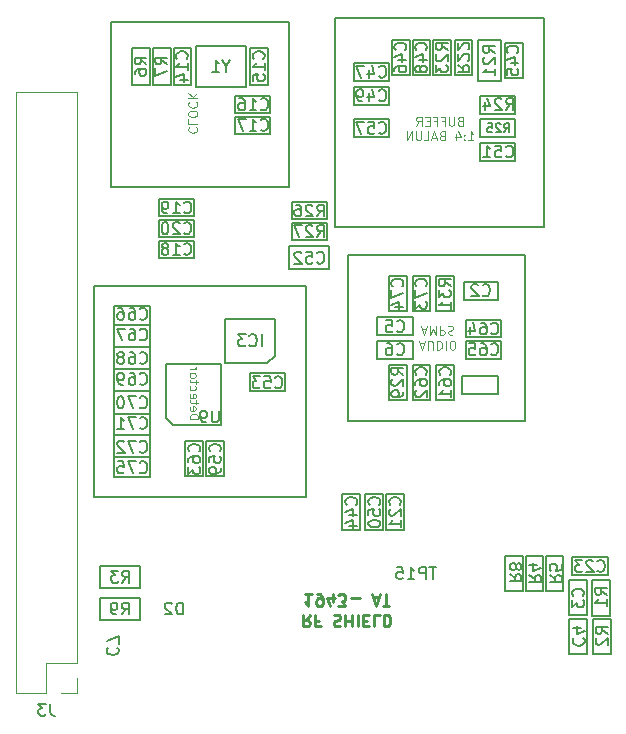
<source format=gbo>
G04 #@! TF.GenerationSoftware,KiCad,Pcbnew,(5.1.4)-1*
G04 #@! TF.CreationDate,2019-11-05T17:29:02+01:00*
G04 #@! TF.ProjectId,rf-receiver,72662d72-6563-4656-9976-65722e6b6963,rev?*
G04 #@! TF.SameCoordinates,Original*
G04 #@! TF.FileFunction,Legend,Bot*
G04 #@! TF.FilePolarity,Positive*
%FSLAX46Y46*%
G04 Gerber Fmt 4.6, Leading zero omitted, Abs format (unit mm)*
G04 Created by KiCad (PCBNEW (5.1.4)-1) date 2019-11-05 17:29:02*
%MOMM*%
%LPD*%
G04 APERTURE LIST*
%ADD10C,0.150000*%
%ADD11C,0.250000*%
%ADD12C,0.125000*%
%ADD13C,0.120000*%
G04 APERTURE END LIST*
D10*
X86950000Y-107500000D02*
X86950000Y-109400000D01*
X83550000Y-107500000D02*
X86950000Y-107500000D01*
X86950000Y-109400000D02*
X83550000Y-109400000D01*
X83550000Y-109400000D02*
X83550000Y-107500000D01*
X83550000Y-106700000D02*
X83550000Y-104800000D01*
X86950000Y-106700000D02*
X83550000Y-106700000D01*
X86950000Y-104800000D02*
X86950000Y-106700000D01*
X83550000Y-104800000D02*
X86950000Y-104800000D01*
X104050000Y-101750000D02*
X104050000Y-98750000D01*
X104050000Y-98750000D02*
X105550000Y-98750000D01*
X105550000Y-101750000D02*
X104050000Y-101750000D01*
X105550000Y-98750000D02*
X105550000Y-101750000D01*
X106000000Y-101750000D02*
X106000000Y-98750000D01*
X106000000Y-98750000D02*
X107500000Y-98750000D01*
X107500000Y-101750000D02*
X106000000Y-101750000D01*
X107500000Y-98750000D02*
X107500000Y-101750000D01*
X107750000Y-101750000D02*
X107750000Y-98750000D01*
X107750000Y-98750000D02*
X109250000Y-98750000D01*
X109250000Y-101750000D02*
X107750000Y-101750000D01*
X109250000Y-98750000D02*
X109250000Y-101750000D01*
X117850000Y-106950000D02*
X117850000Y-103950000D01*
X117850000Y-103950000D02*
X119350000Y-103950000D01*
X119350000Y-106950000D02*
X117850000Y-106950000D01*
X119350000Y-103950000D02*
X119350000Y-106950000D01*
X119550000Y-106950000D02*
X119550000Y-103950000D01*
X119550000Y-103950000D02*
X121050000Y-103950000D01*
X121050000Y-106950000D02*
X119550000Y-106950000D01*
X121050000Y-103950000D02*
X121050000Y-106950000D01*
X121250000Y-106950000D02*
X121250000Y-103950000D01*
X121250000Y-103950000D02*
X122750000Y-103950000D01*
X122750000Y-106950000D02*
X121250000Y-106950000D01*
X122750000Y-103950000D02*
X122750000Y-106950000D01*
X126500000Y-105550000D02*
X123500000Y-105550000D01*
X123500000Y-105550000D02*
X123500000Y-104050000D01*
X126500000Y-104050000D02*
X126500000Y-105550000D01*
X123500000Y-104050000D02*
X126500000Y-104050000D01*
X123250000Y-108950000D02*
X123250000Y-105950000D01*
X123250000Y-105950000D02*
X124750000Y-105950000D01*
X124750000Y-108950000D02*
X123250000Y-108950000D01*
X124750000Y-105950000D02*
X124750000Y-108950000D01*
X125200000Y-109000000D02*
X125200000Y-106000000D01*
X125200000Y-106000000D02*
X126700000Y-106000000D01*
X126700000Y-109000000D02*
X125200000Y-109000000D01*
X126700000Y-106000000D02*
X126700000Y-109000000D01*
X125250000Y-112250000D02*
X125250000Y-109250000D01*
X125250000Y-109250000D02*
X126750000Y-109250000D01*
X126750000Y-112250000D02*
X125250000Y-112250000D01*
X126750000Y-109250000D02*
X126750000Y-112250000D01*
X123250000Y-112250000D02*
X123250000Y-109250000D01*
X124750000Y-112250000D02*
X123250000Y-112250000D01*
X124750000Y-109250000D02*
X124750000Y-112250000D01*
X123250000Y-109250000D02*
X124750000Y-109250000D01*
X91500000Y-77250000D02*
X88500000Y-77250000D01*
X91500000Y-78700000D02*
X91500000Y-77250000D01*
X88500000Y-78700000D02*
X91500000Y-78700000D01*
X88500000Y-77250000D02*
X88500000Y-78700000D01*
X91500000Y-75500000D02*
X88500000Y-75500000D01*
X91500000Y-76950000D02*
X91500000Y-75500000D01*
X88500000Y-76950000D02*
X91500000Y-76950000D01*
X88500000Y-75500000D02*
X88500000Y-76950000D01*
X91500000Y-73750000D02*
X88500000Y-73750000D01*
X91500000Y-75200000D02*
X91500000Y-73750000D01*
X88500000Y-75200000D02*
X91500000Y-75200000D01*
X88500000Y-73750000D02*
X88500000Y-75200000D01*
X99550000Y-79700000D02*
X99550000Y-77750000D01*
X102950000Y-79700000D02*
X99550000Y-79700000D01*
X102950000Y-77750000D02*
X102950000Y-79700000D01*
X99550000Y-77750000D02*
X102950000Y-77750000D01*
X102750000Y-75750000D02*
X99750000Y-75750000D01*
X102750000Y-77200000D02*
X102750000Y-75750000D01*
X99750000Y-77200000D02*
X102750000Y-77200000D01*
X99750000Y-75750000D02*
X99750000Y-77200000D01*
X102750000Y-74000000D02*
X99750000Y-74000000D01*
X102750000Y-75450000D02*
X102750000Y-74000000D01*
X99750000Y-75450000D02*
X102750000Y-75450000D01*
X99750000Y-74000000D02*
X99750000Y-75450000D01*
X92250000Y-97200000D02*
X92250000Y-94250000D01*
X90750000Y-97200000D02*
X92250000Y-97200000D01*
X90750000Y-94250000D02*
X90750000Y-97200000D01*
X92250000Y-94250000D02*
X90750000Y-94250000D01*
X94000000Y-97200000D02*
X94000000Y-94250000D01*
X92500000Y-97200000D02*
X94000000Y-97200000D01*
X92500000Y-94250000D02*
X92500000Y-97200000D01*
X94000000Y-94250000D02*
X92500000Y-94250000D01*
X99200000Y-88500000D02*
X96250000Y-88500000D01*
X99200000Y-89950000D02*
X99200000Y-88500000D01*
X96250000Y-89950000D02*
X99200000Y-89950000D01*
X96250000Y-88500000D02*
X96250000Y-89950000D01*
X93800000Y-92900000D02*
X93800000Y-87700000D01*
X89700000Y-92900000D02*
X93800000Y-92900000D01*
X89100000Y-92300000D02*
X89700000Y-92900000D01*
X89100000Y-87700000D02*
X89100000Y-92300000D01*
X93800000Y-87700000D02*
X89100000Y-87700000D01*
X94100000Y-83900000D02*
X98300000Y-83900000D01*
X94100000Y-87600000D02*
X94100000Y-83900000D01*
X97700000Y-87600000D02*
X94100000Y-87600000D01*
X98300000Y-87000000D02*
X97700000Y-87600000D01*
X98300000Y-83900000D02*
X98300000Y-87000000D01*
D11*
X101304761Y-108922619D02*
X100971428Y-109398809D01*
X100733333Y-108922619D02*
X100733333Y-109922619D01*
X101114285Y-109922619D01*
X101209523Y-109875000D01*
X101257142Y-109827380D01*
X101304761Y-109732142D01*
X101304761Y-109589285D01*
X101257142Y-109494047D01*
X101209523Y-109446428D01*
X101114285Y-109398809D01*
X100733333Y-109398809D01*
X102066666Y-109446428D02*
X101733333Y-109446428D01*
X101733333Y-108922619D02*
X101733333Y-109922619D01*
X102209523Y-109922619D01*
X103304761Y-108970238D02*
X103447619Y-108922619D01*
X103685714Y-108922619D01*
X103780952Y-108970238D01*
X103828571Y-109017857D01*
X103876190Y-109113095D01*
X103876190Y-109208333D01*
X103828571Y-109303571D01*
X103780952Y-109351190D01*
X103685714Y-109398809D01*
X103495238Y-109446428D01*
X103400000Y-109494047D01*
X103352380Y-109541666D01*
X103304761Y-109636904D01*
X103304761Y-109732142D01*
X103352380Y-109827380D01*
X103400000Y-109875000D01*
X103495238Y-109922619D01*
X103733333Y-109922619D01*
X103876190Y-109875000D01*
X104304761Y-108922619D02*
X104304761Y-109922619D01*
X104304761Y-109446428D02*
X104876190Y-109446428D01*
X104876190Y-108922619D02*
X104876190Y-109922619D01*
X105352380Y-108922619D02*
X105352380Y-109922619D01*
X105828571Y-109446428D02*
X106161904Y-109446428D01*
X106304761Y-108922619D02*
X105828571Y-108922619D01*
X105828571Y-109922619D01*
X106304761Y-109922619D01*
X107209523Y-108922619D02*
X106733333Y-108922619D01*
X106733333Y-109922619D01*
X107542857Y-108922619D02*
X107542857Y-109922619D01*
X107780952Y-109922619D01*
X107923809Y-109875000D01*
X108019047Y-109779761D01*
X108066666Y-109684523D01*
X108114285Y-109494047D01*
X108114285Y-109351190D01*
X108066666Y-109160714D01*
X108019047Y-109065476D01*
X107923809Y-108970238D01*
X107780952Y-108922619D01*
X107542857Y-108922619D01*
X101447619Y-107172619D02*
X100876190Y-107172619D01*
X101161904Y-107172619D02*
X101161904Y-108172619D01*
X101066666Y-108029761D01*
X100971428Y-107934523D01*
X100876190Y-107886904D01*
X101923809Y-107172619D02*
X102114285Y-107172619D01*
X102209523Y-107220238D01*
X102257142Y-107267857D01*
X102352380Y-107410714D01*
X102400000Y-107601190D01*
X102400000Y-107982142D01*
X102352380Y-108077380D01*
X102304761Y-108125000D01*
X102209523Y-108172619D01*
X102019047Y-108172619D01*
X101923809Y-108125000D01*
X101876190Y-108077380D01*
X101828571Y-107982142D01*
X101828571Y-107744047D01*
X101876190Y-107648809D01*
X101923809Y-107601190D01*
X102019047Y-107553571D01*
X102209523Y-107553571D01*
X102304761Y-107601190D01*
X102352380Y-107648809D01*
X102400000Y-107744047D01*
X103257142Y-107839285D02*
X103257142Y-107172619D01*
X103019047Y-108220238D02*
X102780952Y-107505952D01*
X103400000Y-107505952D01*
X103685714Y-108172619D02*
X104304761Y-108172619D01*
X103971428Y-107791666D01*
X104114285Y-107791666D01*
X104209523Y-107744047D01*
X104257142Y-107696428D01*
X104304761Y-107601190D01*
X104304761Y-107363095D01*
X104257142Y-107267857D01*
X104209523Y-107220238D01*
X104114285Y-107172619D01*
X103828571Y-107172619D01*
X103733333Y-107220238D01*
X103685714Y-107267857D01*
X104733333Y-107553571D02*
X105495238Y-107553571D01*
X106685714Y-107458333D02*
X107161904Y-107458333D01*
X106590476Y-107172619D02*
X106923809Y-108172619D01*
X107257142Y-107172619D01*
X107447619Y-108172619D02*
X108019047Y-108172619D01*
X107733333Y-107172619D02*
X107733333Y-108172619D01*
D10*
X115700000Y-70500000D02*
X115700000Y-69000000D01*
X118700000Y-70500000D02*
X115700000Y-70500000D01*
X118700000Y-69000000D02*
X118700000Y-70500000D01*
X115700000Y-69000000D02*
X118700000Y-69000000D01*
X115700000Y-68500000D02*
X115700000Y-67000000D01*
X118700000Y-68500000D02*
X115700000Y-68500000D01*
X118700000Y-67000000D02*
X118700000Y-68500000D01*
X115700000Y-67000000D02*
X118700000Y-67000000D01*
X115700000Y-65000000D02*
X115800000Y-65000000D01*
X115700000Y-66500000D02*
X115700000Y-65000000D01*
X118700000Y-66500000D02*
X115700000Y-66500000D01*
X118700000Y-65000000D02*
X118700000Y-66500000D01*
X115800000Y-65000000D02*
X118700000Y-65000000D01*
D12*
X113996428Y-67121428D02*
X113889285Y-67157142D01*
X113853571Y-67192857D01*
X113817857Y-67264285D01*
X113817857Y-67371428D01*
X113853571Y-67442857D01*
X113889285Y-67478571D01*
X113960714Y-67514285D01*
X114246428Y-67514285D01*
X114246428Y-66764285D01*
X113996428Y-66764285D01*
X113925000Y-66800000D01*
X113889285Y-66835714D01*
X113853571Y-66907142D01*
X113853571Y-66978571D01*
X113889285Y-67050000D01*
X113925000Y-67085714D01*
X113996428Y-67121428D01*
X114246428Y-67121428D01*
X113496428Y-66764285D02*
X113496428Y-67371428D01*
X113460714Y-67442857D01*
X113425000Y-67478571D01*
X113353571Y-67514285D01*
X113210714Y-67514285D01*
X113139285Y-67478571D01*
X113103571Y-67442857D01*
X113067857Y-67371428D01*
X113067857Y-66764285D01*
X112460714Y-67121428D02*
X112710714Y-67121428D01*
X112710714Y-67514285D02*
X112710714Y-66764285D01*
X112353571Y-66764285D01*
X111817857Y-67121428D02*
X112067857Y-67121428D01*
X112067857Y-67514285D02*
X112067857Y-66764285D01*
X111710714Y-66764285D01*
X111425000Y-67121428D02*
X111175000Y-67121428D01*
X111067857Y-67514285D02*
X111425000Y-67514285D01*
X111425000Y-66764285D01*
X111067857Y-66764285D01*
X110317857Y-67514285D02*
X110567857Y-67157142D01*
X110746428Y-67514285D02*
X110746428Y-66764285D01*
X110460714Y-66764285D01*
X110389285Y-66800000D01*
X110353571Y-66835714D01*
X110317857Y-66907142D01*
X110317857Y-67014285D01*
X110353571Y-67085714D01*
X110389285Y-67121428D01*
X110460714Y-67157142D01*
X110746428Y-67157142D01*
X114692857Y-68764285D02*
X115121428Y-68764285D01*
X114907142Y-68764285D02*
X114907142Y-68014285D01*
X114978571Y-68121428D01*
X115050000Y-68192857D01*
X115121428Y-68228571D01*
X114371428Y-68692857D02*
X114335714Y-68728571D01*
X114371428Y-68764285D01*
X114407142Y-68728571D01*
X114371428Y-68692857D01*
X114371428Y-68764285D01*
X114371428Y-68300000D02*
X114335714Y-68335714D01*
X114371428Y-68371428D01*
X114407142Y-68335714D01*
X114371428Y-68300000D01*
X114371428Y-68371428D01*
X113692857Y-68264285D02*
X113692857Y-68764285D01*
X113871428Y-67978571D02*
X114050000Y-68514285D01*
X113585714Y-68514285D01*
X112478571Y-68371428D02*
X112371428Y-68407142D01*
X112335714Y-68442857D01*
X112300000Y-68514285D01*
X112300000Y-68621428D01*
X112335714Y-68692857D01*
X112371428Y-68728571D01*
X112442857Y-68764285D01*
X112728571Y-68764285D01*
X112728571Y-68014285D01*
X112478571Y-68014285D01*
X112407142Y-68050000D01*
X112371428Y-68085714D01*
X112335714Y-68157142D01*
X112335714Y-68228571D01*
X112371428Y-68300000D01*
X112407142Y-68335714D01*
X112478571Y-68371428D01*
X112728571Y-68371428D01*
X112014285Y-68550000D02*
X111657142Y-68550000D01*
X112085714Y-68764285D02*
X111835714Y-68014285D01*
X111585714Y-68764285D01*
X110978571Y-68764285D02*
X111335714Y-68764285D01*
X111335714Y-68014285D01*
X110728571Y-68014285D02*
X110728571Y-68621428D01*
X110692857Y-68692857D01*
X110657142Y-68728571D01*
X110585714Y-68764285D01*
X110442857Y-68764285D01*
X110371428Y-68728571D01*
X110335714Y-68692857D01*
X110300000Y-68621428D01*
X110300000Y-68014285D01*
X109942857Y-68764285D02*
X109942857Y-68014285D01*
X109514285Y-68764285D01*
X109514285Y-68014285D01*
X91082142Y-67664285D02*
X91046428Y-67700000D01*
X91010714Y-67807142D01*
X91010714Y-67878571D01*
X91046428Y-67985714D01*
X91117857Y-68057142D01*
X91189285Y-68092857D01*
X91332142Y-68128571D01*
X91439285Y-68128571D01*
X91582142Y-68092857D01*
X91653571Y-68057142D01*
X91725000Y-67985714D01*
X91760714Y-67878571D01*
X91760714Y-67807142D01*
X91725000Y-67700000D01*
X91689285Y-67664285D01*
X91010714Y-66985714D02*
X91010714Y-67342857D01*
X91760714Y-67342857D01*
X91760714Y-66592857D02*
X91760714Y-66450000D01*
X91725000Y-66378571D01*
X91653571Y-66307142D01*
X91510714Y-66271428D01*
X91260714Y-66271428D01*
X91117857Y-66307142D01*
X91046428Y-66378571D01*
X91010714Y-66450000D01*
X91010714Y-66592857D01*
X91046428Y-66664285D01*
X91117857Y-66735714D01*
X91260714Y-66771428D01*
X91510714Y-66771428D01*
X91653571Y-66735714D01*
X91725000Y-66664285D01*
X91760714Y-66592857D01*
X91082142Y-65521428D02*
X91046428Y-65557142D01*
X91010714Y-65664285D01*
X91010714Y-65735714D01*
X91046428Y-65842857D01*
X91117857Y-65914285D01*
X91189285Y-65950000D01*
X91332142Y-65985714D01*
X91439285Y-65985714D01*
X91582142Y-65950000D01*
X91653571Y-65914285D01*
X91725000Y-65842857D01*
X91760714Y-65735714D01*
X91760714Y-65664285D01*
X91725000Y-65557142D01*
X91689285Y-65521428D01*
X91010714Y-65200000D02*
X91760714Y-65200000D01*
X91010714Y-64771428D02*
X91439285Y-65092857D01*
X91760714Y-64771428D02*
X91332142Y-65200000D01*
X91110714Y-92360714D02*
X91860714Y-92360714D01*
X91860714Y-92182142D01*
X91825000Y-92075000D01*
X91753571Y-92003571D01*
X91682142Y-91967857D01*
X91539285Y-91932142D01*
X91432142Y-91932142D01*
X91289285Y-91967857D01*
X91217857Y-92003571D01*
X91146428Y-92075000D01*
X91110714Y-92182142D01*
X91110714Y-92360714D01*
X91146428Y-91325000D02*
X91110714Y-91396428D01*
X91110714Y-91539285D01*
X91146428Y-91610714D01*
X91217857Y-91646428D01*
X91503571Y-91646428D01*
X91575000Y-91610714D01*
X91610714Y-91539285D01*
X91610714Y-91396428D01*
X91575000Y-91325000D01*
X91503571Y-91289285D01*
X91432142Y-91289285D01*
X91360714Y-91646428D01*
X91610714Y-91075000D02*
X91610714Y-90789285D01*
X91860714Y-90967857D02*
X91217857Y-90967857D01*
X91146428Y-90932142D01*
X91110714Y-90860714D01*
X91110714Y-90789285D01*
X91146428Y-90253571D02*
X91110714Y-90325000D01*
X91110714Y-90467857D01*
X91146428Y-90539285D01*
X91217857Y-90575000D01*
X91503571Y-90575000D01*
X91575000Y-90539285D01*
X91610714Y-90467857D01*
X91610714Y-90325000D01*
X91575000Y-90253571D01*
X91503571Y-90217857D01*
X91432142Y-90217857D01*
X91360714Y-90575000D01*
X91146428Y-89575000D02*
X91110714Y-89646428D01*
X91110714Y-89789285D01*
X91146428Y-89860714D01*
X91182142Y-89896428D01*
X91253571Y-89932142D01*
X91467857Y-89932142D01*
X91539285Y-89896428D01*
X91575000Y-89860714D01*
X91610714Y-89789285D01*
X91610714Y-89646428D01*
X91575000Y-89575000D01*
X91610714Y-89360714D02*
X91610714Y-89075000D01*
X91860714Y-89253571D02*
X91217857Y-89253571D01*
X91146428Y-89217857D01*
X91110714Y-89146428D01*
X91110714Y-89075000D01*
X91110714Y-88717857D02*
X91146428Y-88789285D01*
X91182142Y-88825000D01*
X91253571Y-88860714D01*
X91467857Y-88860714D01*
X91539285Y-88825000D01*
X91575000Y-88789285D01*
X91610714Y-88717857D01*
X91610714Y-88610714D01*
X91575000Y-88539285D01*
X91539285Y-88503571D01*
X91467857Y-88467857D01*
X91253571Y-88467857D01*
X91182142Y-88503571D01*
X91146428Y-88539285D01*
X91110714Y-88610714D01*
X91110714Y-88717857D01*
X91110714Y-88146428D02*
X91610714Y-88146428D01*
X91467857Y-88146428D02*
X91539285Y-88110714D01*
X91575000Y-88075000D01*
X91610714Y-88003571D01*
X91610714Y-87932142D01*
X110582142Y-85950000D02*
X110939285Y-85950000D01*
X110510714Y-85735714D02*
X110760714Y-86485714D01*
X111010714Y-85735714D01*
X111260714Y-86485714D02*
X111260714Y-85878571D01*
X111296428Y-85807142D01*
X111332142Y-85771428D01*
X111403571Y-85735714D01*
X111546428Y-85735714D01*
X111617857Y-85771428D01*
X111653571Y-85807142D01*
X111689285Y-85878571D01*
X111689285Y-86485714D01*
X112046428Y-85735714D02*
X112046428Y-86485714D01*
X112225000Y-86485714D01*
X112332142Y-86450000D01*
X112403571Y-86378571D01*
X112439285Y-86307142D01*
X112475000Y-86164285D01*
X112475000Y-86057142D01*
X112439285Y-85914285D01*
X112403571Y-85842857D01*
X112332142Y-85771428D01*
X112225000Y-85735714D01*
X112046428Y-85735714D01*
X112796428Y-85735714D02*
X112796428Y-86485714D01*
X113296428Y-86485714D02*
X113439285Y-86485714D01*
X113510714Y-86450000D01*
X113582142Y-86378571D01*
X113617857Y-86235714D01*
X113617857Y-85985714D01*
X113582142Y-85842857D01*
X113510714Y-85771428D01*
X113439285Y-85735714D01*
X113296428Y-85735714D01*
X113225000Y-85771428D01*
X113153571Y-85842857D01*
X113117857Y-85985714D01*
X113117857Y-86235714D01*
X113153571Y-86378571D01*
X113225000Y-86450000D01*
X113296428Y-86485714D01*
X110760714Y-84700000D02*
X111117857Y-84700000D01*
X110689285Y-84485714D02*
X110939285Y-85235714D01*
X111189285Y-84485714D01*
X111439285Y-84485714D02*
X111439285Y-85235714D01*
X111689285Y-84700000D01*
X111939285Y-85235714D01*
X111939285Y-84485714D01*
X112296428Y-84485714D02*
X112296428Y-85235714D01*
X112582142Y-85235714D01*
X112653571Y-85200000D01*
X112689285Y-85164285D01*
X112725000Y-85092857D01*
X112725000Y-84985714D01*
X112689285Y-84914285D01*
X112653571Y-84878571D01*
X112582142Y-84842857D01*
X112296428Y-84842857D01*
X113010714Y-84521428D02*
X113117857Y-84485714D01*
X113296428Y-84485714D01*
X113367857Y-84521428D01*
X113403571Y-84557142D01*
X113439285Y-84628571D01*
X113439285Y-84700000D01*
X113403571Y-84771428D01*
X113367857Y-84807142D01*
X113296428Y-84842857D01*
X113153571Y-84878571D01*
X113082142Y-84914285D01*
X113046428Y-84950000D01*
X113010714Y-85021428D01*
X113010714Y-85092857D01*
X113046428Y-85164285D01*
X113082142Y-85200000D01*
X113153571Y-85235714D01*
X113332142Y-85235714D01*
X113439285Y-85200000D01*
D10*
X119500000Y-78450000D02*
X119500000Y-92550000D01*
X104500000Y-78450000D02*
X119500000Y-78450000D01*
X104500000Y-92550000D02*
X104500000Y-78450000D01*
X119500000Y-92550000D02*
X104500000Y-92550000D01*
X84450000Y-58750000D02*
X99550000Y-58750000D01*
X84450000Y-72750000D02*
X84450000Y-58750000D01*
X99550000Y-72750000D02*
X84450000Y-72750000D01*
X99550000Y-58750000D02*
X99550000Y-72750000D01*
X103400000Y-76100000D02*
X103400000Y-58400000D01*
X121100000Y-76100000D02*
X103400000Y-76100000D01*
X121100000Y-58400000D02*
X121100000Y-76100000D01*
X103400000Y-58400000D02*
X121100000Y-58400000D01*
X100950000Y-81100000D02*
X100950000Y-81200000D01*
X83050000Y-81100000D02*
X100950000Y-81100000D01*
X83050000Y-99000000D02*
X83050000Y-81100000D01*
X100950000Y-99000000D02*
X83050000Y-99000000D01*
X100950000Y-81200000D02*
X100950000Y-99000000D01*
X86250000Y-60950000D02*
X87750000Y-60950000D01*
X86250000Y-64050000D02*
X86250000Y-60950000D01*
X87750000Y-64050000D02*
X86250000Y-64050000D01*
X87750000Y-60950000D02*
X87750000Y-64050000D01*
X89450000Y-60950000D02*
X89550000Y-60950000D01*
X88050000Y-60950000D02*
X89450000Y-60950000D01*
X88050000Y-64050000D02*
X88050000Y-60950000D01*
X89550000Y-64050000D02*
X88050000Y-64050000D01*
X89550000Y-60950000D02*
X89550000Y-64050000D01*
X89750000Y-60950000D02*
X91250000Y-60950000D01*
X89750000Y-64050000D02*
X89750000Y-60950000D01*
X91250000Y-64050000D02*
X89750000Y-64050000D01*
X91250000Y-60950000D02*
X91250000Y-64050000D01*
X97950000Y-68250000D02*
X97950000Y-66750000D01*
X94950000Y-68250000D02*
X97950000Y-68250000D01*
X94950000Y-66750000D02*
X94950000Y-68250000D01*
X97950000Y-66750000D02*
X94950000Y-66750000D01*
X97950000Y-66450000D02*
X97950000Y-65050000D01*
X94950000Y-66450000D02*
X97950000Y-66450000D01*
X94950000Y-65050000D02*
X94950000Y-66450000D01*
X97950000Y-65050000D02*
X94950000Y-65050000D01*
X91650000Y-60750000D02*
X95850000Y-60750000D01*
X91650000Y-64250000D02*
X91650000Y-60750000D01*
X95850000Y-64250000D02*
X91650000Y-64250000D01*
X95850000Y-60750000D02*
X95850000Y-64250000D01*
X96250000Y-60950000D02*
X97750000Y-60950000D01*
X96250000Y-64050000D02*
X96250000Y-60950000D01*
X97750000Y-64050000D02*
X96250000Y-64050000D01*
X97750000Y-60950000D02*
X97750000Y-64050000D01*
X109500000Y-87750000D02*
X109500000Y-90750000D01*
X108000000Y-87750000D02*
X109500000Y-87750000D01*
X108000000Y-90750000D02*
X108000000Y-87750000D01*
X109500000Y-90750000D02*
X108000000Y-90750000D01*
X111500000Y-87750000D02*
X111500000Y-90750000D01*
X110000000Y-87750000D02*
X111500000Y-87750000D01*
X110000000Y-90750000D02*
X110000000Y-87750000D01*
X111500000Y-90750000D02*
X110000000Y-90750000D01*
X113500000Y-87750000D02*
X113500000Y-90750000D01*
X112000000Y-87750000D02*
X113500000Y-87750000D01*
X112000000Y-90750000D02*
X112000000Y-87750000D01*
X113500000Y-90750000D02*
X112000000Y-90750000D01*
X110000000Y-83750000D02*
X110000000Y-85250000D01*
X107000000Y-83750000D02*
X110000000Y-83750000D01*
X107000000Y-85250000D02*
X107000000Y-83750000D01*
X110000000Y-85250000D02*
X107000000Y-85250000D01*
X110000000Y-85750000D02*
X110000000Y-87250000D01*
X107000000Y-85750000D02*
X110000000Y-85750000D01*
X107000000Y-87250000D02*
X107000000Y-85750000D01*
X110000000Y-87250000D02*
X107000000Y-87250000D01*
X109500000Y-80250000D02*
X109500000Y-83250000D01*
X108000000Y-80250000D02*
X109500000Y-80250000D01*
X108000000Y-83250000D02*
X108000000Y-80250000D01*
X109500000Y-83250000D02*
X108000000Y-83250000D01*
X111500000Y-80250000D02*
X111500000Y-83250000D01*
X110000000Y-80250000D02*
X111500000Y-80250000D01*
X110000000Y-83250000D02*
X110000000Y-80250000D01*
X111500000Y-83250000D02*
X110000000Y-83250000D01*
X113500000Y-80250000D02*
X113500000Y-83250000D01*
X112000000Y-80250000D02*
X113500000Y-80250000D01*
X112000000Y-83250000D02*
X112000000Y-80250000D01*
X113500000Y-83250000D02*
X112000000Y-83250000D01*
X114300000Y-82250000D02*
X117200000Y-82250000D01*
X114300000Y-80750000D02*
X114300000Y-82250000D01*
X117200000Y-80750000D02*
X114300000Y-80750000D01*
X117200000Y-82250000D02*
X117200000Y-80750000D01*
X114500000Y-85450000D02*
X117500000Y-85450000D01*
X114500000Y-83950000D02*
X114500000Y-85450000D01*
X117500000Y-83950000D02*
X114500000Y-83950000D01*
X117500000Y-85450000D02*
X117500000Y-83950000D01*
X117500000Y-85750000D02*
X117500000Y-87250000D01*
X114500000Y-85750000D02*
X117500000Y-85750000D01*
X114500000Y-87250000D02*
X114500000Y-85750000D01*
X117500000Y-87250000D02*
X114500000Y-87250000D01*
X114200000Y-90250000D02*
X117200000Y-90250000D01*
X114200000Y-88750000D02*
X114200000Y-90250000D01*
X117200000Y-88750000D02*
X114200000Y-88750000D01*
X117200000Y-90250000D02*
X117200000Y-88750000D01*
X84750000Y-95600000D02*
X87750000Y-95600000D01*
X87750000Y-93700000D02*
X84750000Y-93700000D01*
X87750000Y-91900000D02*
X84750000Y-91900000D01*
X84750000Y-90000000D02*
X87750000Y-90000000D01*
X87750000Y-88100000D02*
X84750000Y-88100000D01*
X84750000Y-86300000D02*
X87750000Y-86300000D01*
X87750000Y-84400000D02*
X84750000Y-84400000D01*
X87750000Y-97300000D02*
X87750000Y-82800000D01*
X84750000Y-97300000D02*
X87750000Y-97300000D01*
X84750000Y-82800000D02*
X84750000Y-97300000D01*
X87750000Y-82800000D02*
X84750000Y-82800000D01*
X119300000Y-60500000D02*
X117800000Y-60500000D01*
X119300000Y-63500000D02*
X119300000Y-60500000D01*
X117800000Y-63500000D02*
X119300000Y-63500000D01*
X117800000Y-60500000D02*
X117800000Y-63500000D01*
X117450000Y-60300000D02*
X115550000Y-60300000D01*
X117450000Y-63700000D02*
X117450000Y-60300000D01*
X115550000Y-63700000D02*
X117450000Y-63700000D01*
X115550000Y-60300000D02*
X115550000Y-63700000D01*
X113550000Y-63250000D02*
X113550000Y-60250000D01*
X115050000Y-63250000D02*
X113550000Y-63250000D01*
X115050000Y-60250000D02*
X115050000Y-63250000D01*
X113550000Y-60250000D02*
X115050000Y-60250000D01*
X113250000Y-60250000D02*
X111750000Y-60250000D01*
X113250000Y-63250000D02*
X113250000Y-60250000D01*
X111750000Y-63250000D02*
X113250000Y-63250000D01*
X111750000Y-60250000D02*
X111750000Y-63250000D01*
X111500000Y-60250000D02*
X110000000Y-60250000D01*
X111500000Y-60250000D02*
X111500000Y-63250000D01*
X110000000Y-63250000D02*
X111500000Y-63250000D01*
X110000000Y-60250000D02*
X110000000Y-63250000D01*
X108250000Y-60250000D02*
X108250000Y-63250000D01*
X109750000Y-60250000D02*
X108250000Y-60250000D01*
X109750000Y-63250000D02*
X109750000Y-60250000D01*
X108250000Y-63250000D02*
X109750000Y-63250000D01*
X108000000Y-62250000D02*
X105000000Y-62250000D01*
X108000000Y-63750000D02*
X108000000Y-62250000D01*
X105000000Y-63750000D02*
X108000000Y-63750000D01*
X105000000Y-62250000D02*
X105000000Y-63750000D01*
X108000000Y-64250000D02*
X105000000Y-64250000D01*
X108000000Y-65750000D02*
X108000000Y-64250000D01*
X105000000Y-65750000D02*
X108000000Y-65750000D01*
X105000000Y-64250000D02*
X105000000Y-65750000D01*
X105000000Y-67250000D02*
X105000000Y-67000000D01*
X105000000Y-68500000D02*
X105000000Y-67250000D01*
X108000000Y-68500000D02*
X105000000Y-68500000D01*
X108000000Y-67000000D02*
X108000000Y-68500000D01*
X105000000Y-67000000D02*
X108000000Y-67000000D01*
D13*
X80250000Y-115580000D02*
X81580000Y-115580000D01*
X81580000Y-115580000D02*
X81580000Y-114250000D01*
X78980000Y-115580000D02*
X78980000Y-112980000D01*
X78980000Y-112980000D02*
X81580000Y-112980000D01*
X81580000Y-112980000D02*
X81580000Y-64660000D01*
X76380000Y-64660000D02*
X81580000Y-64660000D01*
X76380000Y-115580000D02*
X76380000Y-64660000D01*
X76380000Y-115580000D02*
X78980000Y-115580000D01*
D10*
X111988095Y-104902380D02*
X111416666Y-104902380D01*
X111702380Y-105902380D02*
X111702380Y-104902380D01*
X111083333Y-105902380D02*
X111083333Y-104902380D01*
X110702380Y-104902380D01*
X110607142Y-104950000D01*
X110559523Y-104997619D01*
X110511904Y-105092857D01*
X110511904Y-105235714D01*
X110559523Y-105330952D01*
X110607142Y-105378571D01*
X110702380Y-105426190D01*
X111083333Y-105426190D01*
X109559523Y-105902380D02*
X110130952Y-105902380D01*
X109845238Y-105902380D02*
X109845238Y-104902380D01*
X109940476Y-105045238D01*
X110035714Y-105140476D01*
X110130952Y-105188095D01*
X108654761Y-104902380D02*
X109130952Y-104902380D01*
X109178571Y-105378571D01*
X109130952Y-105330952D01*
X109035714Y-105283333D01*
X108797619Y-105283333D01*
X108702380Y-105330952D01*
X108654761Y-105378571D01*
X108607142Y-105473809D01*
X108607142Y-105711904D01*
X108654761Y-105807142D01*
X108702380Y-105854761D01*
X108797619Y-105902380D01*
X109035714Y-105902380D01*
X109130952Y-105854761D01*
X109178571Y-105807142D01*
X85366666Y-108902380D02*
X85700000Y-108426190D01*
X85938095Y-108902380D02*
X85938095Y-107902380D01*
X85557142Y-107902380D01*
X85461904Y-107950000D01*
X85414285Y-107997619D01*
X85366666Y-108092857D01*
X85366666Y-108235714D01*
X85414285Y-108330952D01*
X85461904Y-108378571D01*
X85557142Y-108426190D01*
X85938095Y-108426190D01*
X84890476Y-108902380D02*
X84700000Y-108902380D01*
X84604761Y-108854761D01*
X84557142Y-108807142D01*
X84461904Y-108664285D01*
X84414285Y-108473809D01*
X84414285Y-108092857D01*
X84461904Y-107997619D01*
X84509523Y-107950000D01*
X84604761Y-107902380D01*
X84795238Y-107902380D01*
X84890476Y-107950000D01*
X84938095Y-107997619D01*
X84985714Y-108092857D01*
X84985714Y-108330952D01*
X84938095Y-108426190D01*
X84890476Y-108473809D01*
X84795238Y-108521428D01*
X84604761Y-108521428D01*
X84509523Y-108473809D01*
X84461904Y-108426190D01*
X84414285Y-108330952D01*
X118197619Y-105516666D02*
X118673809Y-105850000D01*
X118197619Y-106088095D02*
X119197619Y-106088095D01*
X119197619Y-105707142D01*
X119150000Y-105611904D01*
X119102380Y-105564285D01*
X119007142Y-105516666D01*
X118864285Y-105516666D01*
X118769047Y-105564285D01*
X118721428Y-105611904D01*
X118673809Y-105707142D01*
X118673809Y-106088095D01*
X118769047Y-104945238D02*
X118816666Y-105040476D01*
X118864285Y-105088095D01*
X118959523Y-105135714D01*
X119007142Y-105135714D01*
X119102380Y-105088095D01*
X119150000Y-105040476D01*
X119197619Y-104945238D01*
X119197619Y-104754761D01*
X119150000Y-104659523D01*
X119102380Y-104611904D01*
X119007142Y-104564285D01*
X118959523Y-104564285D01*
X118864285Y-104611904D01*
X118816666Y-104659523D01*
X118769047Y-104754761D01*
X118769047Y-104945238D01*
X118721428Y-105040476D01*
X118673809Y-105088095D01*
X118578571Y-105135714D01*
X118388095Y-105135714D01*
X118292857Y-105088095D01*
X118245238Y-105040476D01*
X118197619Y-104945238D01*
X118197619Y-104754761D01*
X118245238Y-104659523D01*
X118292857Y-104611904D01*
X118388095Y-104564285D01*
X118578571Y-104564285D01*
X118673809Y-104611904D01*
X118721428Y-104659523D01*
X118769047Y-104754761D01*
X121597619Y-105566666D02*
X122073809Y-105900000D01*
X121597619Y-106138095D02*
X122597619Y-106138095D01*
X122597619Y-105757142D01*
X122550000Y-105661904D01*
X122502380Y-105614285D01*
X122407142Y-105566666D01*
X122264285Y-105566666D01*
X122169047Y-105614285D01*
X122121428Y-105661904D01*
X122073809Y-105757142D01*
X122073809Y-106138095D01*
X122597619Y-104661904D02*
X122597619Y-105138095D01*
X122121428Y-105185714D01*
X122169047Y-105138095D01*
X122216666Y-105042857D01*
X122216666Y-104804761D01*
X122169047Y-104709523D01*
X122121428Y-104661904D01*
X122026190Y-104614285D01*
X121788095Y-104614285D01*
X121692857Y-104661904D01*
X121645238Y-104709523D01*
X121597619Y-104804761D01*
X121597619Y-105042857D01*
X121645238Y-105138095D01*
X121692857Y-105185714D01*
X119847619Y-105566666D02*
X120323809Y-105900000D01*
X119847619Y-106138095D02*
X120847619Y-106138095D01*
X120847619Y-105757142D01*
X120800000Y-105661904D01*
X120752380Y-105614285D01*
X120657142Y-105566666D01*
X120514285Y-105566666D01*
X120419047Y-105614285D01*
X120371428Y-105661904D01*
X120323809Y-105757142D01*
X120323809Y-106138095D01*
X120514285Y-104709523D02*
X119847619Y-104709523D01*
X120895238Y-104947619D02*
X120180952Y-105185714D01*
X120180952Y-104566666D01*
X85416666Y-106202380D02*
X85750000Y-105726190D01*
X85988095Y-106202380D02*
X85988095Y-105202380D01*
X85607142Y-105202380D01*
X85511904Y-105250000D01*
X85464285Y-105297619D01*
X85416666Y-105392857D01*
X85416666Y-105535714D01*
X85464285Y-105630952D01*
X85511904Y-105678571D01*
X85607142Y-105726190D01*
X85988095Y-105726190D01*
X85083333Y-105202380D02*
X84464285Y-105202380D01*
X84797619Y-105583333D01*
X84654761Y-105583333D01*
X84559523Y-105630952D01*
X84511904Y-105678571D01*
X84464285Y-105773809D01*
X84464285Y-106011904D01*
X84511904Y-106107142D01*
X84559523Y-106154761D01*
X84654761Y-106202380D01*
X84940476Y-106202380D01*
X85035714Y-106154761D01*
X85083333Y-106107142D01*
X90538095Y-108902380D02*
X90538095Y-107902380D01*
X90300000Y-107902380D01*
X90157142Y-107950000D01*
X90061904Y-108045238D01*
X90014285Y-108140476D01*
X89966666Y-108330952D01*
X89966666Y-108473809D01*
X90014285Y-108664285D01*
X90061904Y-108759523D01*
X90157142Y-108854761D01*
X90300000Y-108902380D01*
X90538095Y-108902380D01*
X89585714Y-107997619D02*
X89538095Y-107950000D01*
X89442857Y-107902380D01*
X89204761Y-107902380D01*
X89109523Y-107950000D01*
X89061904Y-107997619D01*
X89014285Y-108092857D01*
X89014285Y-108188095D01*
X89061904Y-108330952D01*
X89633333Y-108902380D01*
X89014285Y-108902380D01*
X125642857Y-105207142D02*
X125690476Y-105254761D01*
X125833333Y-105302380D01*
X125928571Y-105302380D01*
X126071428Y-105254761D01*
X126166666Y-105159523D01*
X126214285Y-105064285D01*
X126261904Y-104873809D01*
X126261904Y-104730952D01*
X126214285Y-104540476D01*
X126166666Y-104445238D01*
X126071428Y-104350000D01*
X125928571Y-104302380D01*
X125833333Y-104302380D01*
X125690476Y-104350000D01*
X125642857Y-104397619D01*
X125261904Y-104397619D02*
X125214285Y-104350000D01*
X125119047Y-104302380D01*
X124880952Y-104302380D01*
X124785714Y-104350000D01*
X124738095Y-104397619D01*
X124690476Y-104492857D01*
X124690476Y-104588095D01*
X124738095Y-104730952D01*
X125309523Y-105302380D01*
X124690476Y-105302380D01*
X124357142Y-104302380D02*
X123738095Y-104302380D01*
X124071428Y-104683333D01*
X123928571Y-104683333D01*
X123833333Y-104730952D01*
X123785714Y-104778571D01*
X123738095Y-104873809D01*
X123738095Y-105111904D01*
X123785714Y-105207142D01*
X123833333Y-105254761D01*
X123928571Y-105302380D01*
X124214285Y-105302380D01*
X124309523Y-105254761D01*
X124357142Y-105207142D01*
X84192857Y-111716666D02*
X84145238Y-111764285D01*
X84097619Y-111907142D01*
X84097619Y-112002380D01*
X84145238Y-112145238D01*
X84240476Y-112240476D01*
X84335714Y-112288095D01*
X84526190Y-112335714D01*
X84669047Y-112335714D01*
X84859523Y-112288095D01*
X84954761Y-112240476D01*
X85050000Y-112145238D01*
X85097619Y-112002380D01*
X85097619Y-111907142D01*
X85050000Y-111764285D01*
X85002380Y-111716666D01*
X85097619Y-111383333D02*
X85097619Y-110716666D01*
X84097619Y-111145238D01*
X101892857Y-79107142D02*
X101940476Y-79154761D01*
X102083333Y-79202380D01*
X102178571Y-79202380D01*
X102321428Y-79154761D01*
X102416666Y-79059523D01*
X102464285Y-78964285D01*
X102511904Y-78773809D01*
X102511904Y-78630952D01*
X102464285Y-78440476D01*
X102416666Y-78345238D01*
X102321428Y-78250000D01*
X102178571Y-78202380D01*
X102083333Y-78202380D01*
X101940476Y-78250000D01*
X101892857Y-78297619D01*
X100988095Y-78202380D02*
X101464285Y-78202380D01*
X101511904Y-78678571D01*
X101464285Y-78630952D01*
X101369047Y-78583333D01*
X101130952Y-78583333D01*
X101035714Y-78630952D01*
X100988095Y-78678571D01*
X100940476Y-78773809D01*
X100940476Y-79011904D01*
X100988095Y-79107142D01*
X101035714Y-79154761D01*
X101130952Y-79202380D01*
X101369047Y-79202380D01*
X101464285Y-79154761D01*
X101511904Y-79107142D01*
X100559523Y-78297619D02*
X100511904Y-78250000D01*
X100416666Y-78202380D01*
X100178571Y-78202380D01*
X100083333Y-78250000D01*
X100035714Y-78297619D01*
X99988095Y-78392857D01*
X99988095Y-78488095D01*
X100035714Y-78630952D01*
X100607142Y-79202380D01*
X99988095Y-79202380D01*
X93561904Y-91652380D02*
X93561904Y-92461904D01*
X93514285Y-92557142D01*
X93466666Y-92604761D01*
X93371428Y-92652380D01*
X93180952Y-92652380D01*
X93085714Y-92604761D01*
X93038095Y-92557142D01*
X92990476Y-92461904D01*
X92990476Y-91652380D01*
X92466666Y-92652380D02*
X92276190Y-92652380D01*
X92180952Y-92604761D01*
X92133333Y-92557142D01*
X92038095Y-92414285D01*
X91990476Y-92223809D01*
X91990476Y-91842857D01*
X92038095Y-91747619D01*
X92085714Y-91700000D01*
X92180952Y-91652380D01*
X92371428Y-91652380D01*
X92466666Y-91700000D01*
X92514285Y-91747619D01*
X92561904Y-91842857D01*
X92561904Y-92080952D01*
X92514285Y-92176190D01*
X92466666Y-92223809D01*
X92371428Y-92271428D01*
X92180952Y-92271428D01*
X92085714Y-92223809D01*
X92038095Y-92176190D01*
X91990476Y-92080952D01*
X97226190Y-86202380D02*
X97226190Y-85202380D01*
X96178571Y-86107142D02*
X96226190Y-86154761D01*
X96369047Y-86202380D01*
X96464285Y-86202380D01*
X96607142Y-86154761D01*
X96702380Y-86059523D01*
X96750000Y-85964285D01*
X96797619Y-85773809D01*
X96797619Y-85630952D01*
X96750000Y-85440476D01*
X96702380Y-85345238D01*
X96607142Y-85250000D01*
X96464285Y-85202380D01*
X96369047Y-85202380D01*
X96226190Y-85250000D01*
X96178571Y-85297619D01*
X95845238Y-85202380D02*
X95226190Y-85202380D01*
X95559523Y-85583333D01*
X95416666Y-85583333D01*
X95321428Y-85630952D01*
X95273809Y-85678571D01*
X95226190Y-85773809D01*
X95226190Y-86011904D01*
X95273809Y-86107142D01*
X95321428Y-86154761D01*
X95416666Y-86202380D01*
X95702380Y-86202380D01*
X95797619Y-86154761D01*
X95845238Y-86107142D01*
X108666666Y-84907142D02*
X108714285Y-84954761D01*
X108857142Y-85002380D01*
X108952380Y-85002380D01*
X109095238Y-84954761D01*
X109190476Y-84859523D01*
X109238095Y-84764285D01*
X109285714Y-84573809D01*
X109285714Y-84430952D01*
X109238095Y-84240476D01*
X109190476Y-84145238D01*
X109095238Y-84050000D01*
X108952380Y-84002380D01*
X108857142Y-84002380D01*
X108714285Y-84050000D01*
X108666666Y-84097619D01*
X107761904Y-84002380D02*
X108238095Y-84002380D01*
X108285714Y-84478571D01*
X108238095Y-84430952D01*
X108142857Y-84383333D01*
X107904761Y-84383333D01*
X107809523Y-84430952D01*
X107761904Y-84478571D01*
X107714285Y-84573809D01*
X107714285Y-84811904D01*
X107761904Y-84907142D01*
X107809523Y-84954761D01*
X107904761Y-85002380D01*
X108142857Y-85002380D01*
X108238095Y-84954761D01*
X108285714Y-84907142D01*
X90642857Y-78357142D02*
X90690476Y-78404761D01*
X90833333Y-78452380D01*
X90928571Y-78452380D01*
X91071428Y-78404761D01*
X91166666Y-78309523D01*
X91214285Y-78214285D01*
X91261904Y-78023809D01*
X91261904Y-77880952D01*
X91214285Y-77690476D01*
X91166666Y-77595238D01*
X91071428Y-77500000D01*
X90928571Y-77452380D01*
X90833333Y-77452380D01*
X90690476Y-77500000D01*
X90642857Y-77547619D01*
X89690476Y-78452380D02*
X90261904Y-78452380D01*
X89976190Y-78452380D02*
X89976190Y-77452380D01*
X90071428Y-77595238D01*
X90166666Y-77690476D01*
X90261904Y-77738095D01*
X89119047Y-77880952D02*
X89214285Y-77833333D01*
X89261904Y-77785714D01*
X89309523Y-77690476D01*
X89309523Y-77642857D01*
X89261904Y-77547619D01*
X89214285Y-77500000D01*
X89119047Y-77452380D01*
X88928571Y-77452380D01*
X88833333Y-77500000D01*
X88785714Y-77547619D01*
X88738095Y-77642857D01*
X88738095Y-77690476D01*
X88785714Y-77785714D01*
X88833333Y-77833333D01*
X88928571Y-77880952D01*
X89119047Y-77880952D01*
X89214285Y-77928571D01*
X89261904Y-77976190D01*
X89309523Y-78071428D01*
X89309523Y-78261904D01*
X89261904Y-78357142D01*
X89214285Y-78404761D01*
X89119047Y-78452380D01*
X88928571Y-78452380D01*
X88833333Y-78404761D01*
X88785714Y-78357142D01*
X88738095Y-78261904D01*
X88738095Y-78071428D01*
X88785714Y-77976190D01*
X88833333Y-77928571D01*
X88928571Y-77880952D01*
X90642857Y-74857142D02*
X90690476Y-74904761D01*
X90833333Y-74952380D01*
X90928571Y-74952380D01*
X91071428Y-74904761D01*
X91166666Y-74809523D01*
X91214285Y-74714285D01*
X91261904Y-74523809D01*
X91261904Y-74380952D01*
X91214285Y-74190476D01*
X91166666Y-74095238D01*
X91071428Y-74000000D01*
X90928571Y-73952380D01*
X90833333Y-73952380D01*
X90690476Y-74000000D01*
X90642857Y-74047619D01*
X89690476Y-74952380D02*
X90261904Y-74952380D01*
X89976190Y-74952380D02*
X89976190Y-73952380D01*
X90071428Y-74095238D01*
X90166666Y-74190476D01*
X90261904Y-74238095D01*
X89214285Y-74952380D02*
X89023809Y-74952380D01*
X88928571Y-74904761D01*
X88880952Y-74857142D01*
X88785714Y-74714285D01*
X88738095Y-74523809D01*
X88738095Y-74142857D01*
X88785714Y-74047619D01*
X88833333Y-74000000D01*
X88928571Y-73952380D01*
X89119047Y-73952380D01*
X89214285Y-74000000D01*
X89261904Y-74047619D01*
X89309523Y-74142857D01*
X89309523Y-74380952D01*
X89261904Y-74476190D01*
X89214285Y-74523809D01*
X89119047Y-74571428D01*
X88928571Y-74571428D01*
X88833333Y-74523809D01*
X88785714Y-74476190D01*
X88738095Y-74380952D01*
X105207142Y-99607142D02*
X105254761Y-99559523D01*
X105302380Y-99416666D01*
X105302380Y-99321428D01*
X105254761Y-99178571D01*
X105159523Y-99083333D01*
X105064285Y-99035714D01*
X104873809Y-98988095D01*
X104730952Y-98988095D01*
X104540476Y-99035714D01*
X104445238Y-99083333D01*
X104350000Y-99178571D01*
X104302380Y-99321428D01*
X104302380Y-99416666D01*
X104350000Y-99559523D01*
X104397619Y-99607142D01*
X104635714Y-100464285D02*
X105302380Y-100464285D01*
X104254761Y-100226190D02*
X104969047Y-99988095D01*
X104969047Y-100607142D01*
X104635714Y-101416666D02*
X105302380Y-101416666D01*
X104254761Y-101178571D02*
X104969047Y-100940476D01*
X104969047Y-101559523D01*
X109357142Y-61107142D02*
X109404761Y-61059523D01*
X109452380Y-60916666D01*
X109452380Y-60821428D01*
X109404761Y-60678571D01*
X109309523Y-60583333D01*
X109214285Y-60535714D01*
X109023809Y-60488095D01*
X108880952Y-60488095D01*
X108690476Y-60535714D01*
X108595238Y-60583333D01*
X108500000Y-60678571D01*
X108452380Y-60821428D01*
X108452380Y-60916666D01*
X108500000Y-61059523D01*
X108547619Y-61107142D01*
X108785714Y-61964285D02*
X109452380Y-61964285D01*
X108404761Y-61726190D02*
X109119047Y-61488095D01*
X109119047Y-62107142D01*
X108452380Y-62916666D02*
X108452380Y-62726190D01*
X108500000Y-62630952D01*
X108547619Y-62583333D01*
X108690476Y-62488095D01*
X108880952Y-62440476D01*
X109261904Y-62440476D01*
X109357142Y-62488095D01*
X109404761Y-62535714D01*
X109452380Y-62630952D01*
X109452380Y-62821428D01*
X109404761Y-62916666D01*
X109357142Y-62964285D01*
X109261904Y-63011904D01*
X109023809Y-63011904D01*
X108928571Y-62964285D01*
X108880952Y-62916666D01*
X108833333Y-62821428D01*
X108833333Y-62630952D01*
X108880952Y-62535714D01*
X108928571Y-62488095D01*
X109023809Y-62440476D01*
X107142857Y-65357142D02*
X107190476Y-65404761D01*
X107333333Y-65452380D01*
X107428571Y-65452380D01*
X107571428Y-65404761D01*
X107666666Y-65309523D01*
X107714285Y-65214285D01*
X107761904Y-65023809D01*
X107761904Y-64880952D01*
X107714285Y-64690476D01*
X107666666Y-64595238D01*
X107571428Y-64500000D01*
X107428571Y-64452380D01*
X107333333Y-64452380D01*
X107190476Y-64500000D01*
X107142857Y-64547619D01*
X106285714Y-64785714D02*
X106285714Y-65452380D01*
X106523809Y-64404761D02*
X106761904Y-65119047D01*
X106142857Y-65119047D01*
X105714285Y-65452380D02*
X105523809Y-65452380D01*
X105428571Y-65404761D01*
X105380952Y-65357142D01*
X105285714Y-65214285D01*
X105238095Y-65023809D01*
X105238095Y-64642857D01*
X105285714Y-64547619D01*
X105333333Y-64500000D01*
X105428571Y-64452380D01*
X105619047Y-64452380D01*
X105714285Y-64500000D01*
X105761904Y-64547619D01*
X105809523Y-64642857D01*
X105809523Y-64880952D01*
X105761904Y-64976190D01*
X105714285Y-65023809D01*
X105619047Y-65071428D01*
X105428571Y-65071428D01*
X105333333Y-65023809D01*
X105285714Y-64976190D01*
X105238095Y-64880952D01*
X107157142Y-99607142D02*
X107204761Y-99559523D01*
X107252380Y-99416666D01*
X107252380Y-99321428D01*
X107204761Y-99178571D01*
X107109523Y-99083333D01*
X107014285Y-99035714D01*
X106823809Y-98988095D01*
X106680952Y-98988095D01*
X106490476Y-99035714D01*
X106395238Y-99083333D01*
X106300000Y-99178571D01*
X106252380Y-99321428D01*
X106252380Y-99416666D01*
X106300000Y-99559523D01*
X106347619Y-99607142D01*
X106252380Y-100511904D02*
X106252380Y-100035714D01*
X106728571Y-99988095D01*
X106680952Y-100035714D01*
X106633333Y-100130952D01*
X106633333Y-100369047D01*
X106680952Y-100464285D01*
X106728571Y-100511904D01*
X106823809Y-100559523D01*
X107061904Y-100559523D01*
X107157142Y-100511904D01*
X107204761Y-100464285D01*
X107252380Y-100369047D01*
X107252380Y-100130952D01*
X107204761Y-100035714D01*
X107157142Y-99988095D01*
X106252380Y-101178571D02*
X106252380Y-101273809D01*
X106300000Y-101369047D01*
X106347619Y-101416666D01*
X106442857Y-101464285D01*
X106633333Y-101511904D01*
X106871428Y-101511904D01*
X107061904Y-101464285D01*
X107157142Y-101416666D01*
X107204761Y-101369047D01*
X107252380Y-101273809D01*
X107252380Y-101178571D01*
X107204761Y-101083333D01*
X107157142Y-101035714D01*
X107061904Y-100988095D01*
X106871428Y-100940476D01*
X106633333Y-100940476D01*
X106442857Y-100988095D01*
X106347619Y-101035714D01*
X106300000Y-101083333D01*
X106252380Y-101178571D01*
X116642857Y-85107142D02*
X116690476Y-85154761D01*
X116833333Y-85202380D01*
X116928571Y-85202380D01*
X117071428Y-85154761D01*
X117166666Y-85059523D01*
X117214285Y-84964285D01*
X117261904Y-84773809D01*
X117261904Y-84630952D01*
X117214285Y-84440476D01*
X117166666Y-84345238D01*
X117071428Y-84250000D01*
X116928571Y-84202380D01*
X116833333Y-84202380D01*
X116690476Y-84250000D01*
X116642857Y-84297619D01*
X115785714Y-84202380D02*
X115976190Y-84202380D01*
X116071428Y-84250000D01*
X116119047Y-84297619D01*
X116214285Y-84440476D01*
X116261904Y-84630952D01*
X116261904Y-85011904D01*
X116214285Y-85107142D01*
X116166666Y-85154761D01*
X116071428Y-85202380D01*
X115880952Y-85202380D01*
X115785714Y-85154761D01*
X115738095Y-85107142D01*
X115690476Y-85011904D01*
X115690476Y-84773809D01*
X115738095Y-84678571D01*
X115785714Y-84630952D01*
X115880952Y-84583333D01*
X116071428Y-84583333D01*
X116166666Y-84630952D01*
X116214285Y-84678571D01*
X116261904Y-84773809D01*
X114833333Y-84535714D02*
X114833333Y-85202380D01*
X115071428Y-84154761D02*
X115309523Y-84869047D01*
X114690476Y-84869047D01*
X79313333Y-116472380D02*
X79313333Y-117186666D01*
X79360952Y-117329523D01*
X79456190Y-117424761D01*
X79599047Y-117472380D01*
X79694285Y-117472380D01*
X78932380Y-116472380D02*
X78313333Y-116472380D01*
X78646666Y-116853333D01*
X78503809Y-116853333D01*
X78408571Y-116900952D01*
X78360952Y-116948571D01*
X78313333Y-117043809D01*
X78313333Y-117281904D01*
X78360952Y-117377142D01*
X78408571Y-117424761D01*
X78503809Y-117472380D01*
X78789523Y-117472380D01*
X78884761Y-117424761D01*
X78932380Y-117377142D01*
X94226190Y-62476190D02*
X94226190Y-62952380D01*
X94559523Y-61952380D02*
X94226190Y-62476190D01*
X93892857Y-61952380D01*
X93035714Y-62952380D02*
X93607142Y-62952380D01*
X93321428Y-62952380D02*
X93321428Y-61952380D01*
X93416666Y-62095238D01*
X93511904Y-62190476D01*
X93607142Y-62238095D01*
X89202380Y-62333333D02*
X88726190Y-62000000D01*
X89202380Y-61761904D02*
X88202380Y-61761904D01*
X88202380Y-62142857D01*
X88250000Y-62238095D01*
X88297619Y-62285714D01*
X88392857Y-62333333D01*
X88535714Y-62333333D01*
X88630952Y-62285714D01*
X88678571Y-62238095D01*
X88726190Y-62142857D01*
X88726190Y-61761904D01*
X88202380Y-62666666D02*
X88202380Y-63333333D01*
X89202380Y-62904761D01*
X87452380Y-62333333D02*
X86976190Y-62000000D01*
X87452380Y-61761904D02*
X86452380Y-61761904D01*
X86452380Y-62142857D01*
X86500000Y-62238095D01*
X86547619Y-62285714D01*
X86642857Y-62333333D01*
X86785714Y-62333333D01*
X86880952Y-62285714D01*
X86928571Y-62238095D01*
X86976190Y-62142857D01*
X86976190Y-61761904D01*
X86452380Y-63190476D02*
X86452380Y-63000000D01*
X86500000Y-62904761D01*
X86547619Y-62857142D01*
X86690476Y-62761904D01*
X86880952Y-62714285D01*
X87261904Y-62714285D01*
X87357142Y-62761904D01*
X87404761Y-62809523D01*
X87452380Y-62904761D01*
X87452380Y-63095238D01*
X87404761Y-63190476D01*
X87357142Y-63238095D01*
X87261904Y-63285714D01*
X87023809Y-63285714D01*
X86928571Y-63238095D01*
X86880952Y-63190476D01*
X86833333Y-63095238D01*
X86833333Y-62904761D01*
X86880952Y-62809523D01*
X86928571Y-62761904D01*
X87023809Y-62714285D01*
X108907142Y-99607142D02*
X108954761Y-99559523D01*
X109002380Y-99416666D01*
X109002380Y-99321428D01*
X108954761Y-99178571D01*
X108859523Y-99083333D01*
X108764285Y-99035714D01*
X108573809Y-98988095D01*
X108430952Y-98988095D01*
X108240476Y-99035714D01*
X108145238Y-99083333D01*
X108050000Y-99178571D01*
X108002380Y-99321428D01*
X108002380Y-99416666D01*
X108050000Y-99559523D01*
X108097619Y-99607142D01*
X108097619Y-99988095D02*
X108050000Y-100035714D01*
X108002380Y-100130952D01*
X108002380Y-100369047D01*
X108050000Y-100464285D01*
X108097619Y-100511904D01*
X108192857Y-100559523D01*
X108288095Y-100559523D01*
X108430952Y-100511904D01*
X109002380Y-99940476D01*
X109002380Y-100559523D01*
X109002380Y-101511904D02*
X109002380Y-100940476D01*
X109002380Y-101226190D02*
X108002380Y-101226190D01*
X108145238Y-101130952D01*
X108240476Y-101035714D01*
X108288095Y-100940476D01*
X90642857Y-76607142D02*
X90690476Y-76654761D01*
X90833333Y-76702380D01*
X90928571Y-76702380D01*
X91071428Y-76654761D01*
X91166666Y-76559523D01*
X91214285Y-76464285D01*
X91261904Y-76273809D01*
X91261904Y-76130952D01*
X91214285Y-75940476D01*
X91166666Y-75845238D01*
X91071428Y-75750000D01*
X90928571Y-75702380D01*
X90833333Y-75702380D01*
X90690476Y-75750000D01*
X90642857Y-75797619D01*
X90261904Y-75797619D02*
X90214285Y-75750000D01*
X90119047Y-75702380D01*
X89880952Y-75702380D01*
X89785714Y-75750000D01*
X89738095Y-75797619D01*
X89690476Y-75892857D01*
X89690476Y-75988095D01*
X89738095Y-76130952D01*
X90309523Y-76702380D01*
X89690476Y-76702380D01*
X89071428Y-75702380D02*
X88976190Y-75702380D01*
X88880952Y-75750000D01*
X88833333Y-75797619D01*
X88785714Y-75892857D01*
X88738095Y-76083333D01*
X88738095Y-76321428D01*
X88785714Y-76511904D01*
X88833333Y-76607142D01*
X88880952Y-76654761D01*
X88976190Y-76702380D01*
X89071428Y-76702380D01*
X89166666Y-76654761D01*
X89214285Y-76607142D01*
X89261904Y-76511904D01*
X89309523Y-76321428D01*
X89309523Y-76083333D01*
X89261904Y-75892857D01*
X89214285Y-75797619D01*
X89166666Y-75750000D01*
X89071428Y-75702380D01*
X97142857Y-67857142D02*
X97190476Y-67904761D01*
X97333333Y-67952380D01*
X97428571Y-67952380D01*
X97571428Y-67904761D01*
X97666666Y-67809523D01*
X97714285Y-67714285D01*
X97761904Y-67523809D01*
X97761904Y-67380952D01*
X97714285Y-67190476D01*
X97666666Y-67095238D01*
X97571428Y-67000000D01*
X97428571Y-66952380D01*
X97333333Y-66952380D01*
X97190476Y-67000000D01*
X97142857Y-67047619D01*
X96190476Y-67952380D02*
X96761904Y-67952380D01*
X96476190Y-67952380D02*
X96476190Y-66952380D01*
X96571428Y-67095238D01*
X96666666Y-67190476D01*
X96761904Y-67238095D01*
X95857142Y-66952380D02*
X95190476Y-66952380D01*
X95619047Y-67952380D01*
X97142857Y-66107142D02*
X97190476Y-66154761D01*
X97333333Y-66202380D01*
X97428571Y-66202380D01*
X97571428Y-66154761D01*
X97666666Y-66059523D01*
X97714285Y-65964285D01*
X97761904Y-65773809D01*
X97761904Y-65630952D01*
X97714285Y-65440476D01*
X97666666Y-65345238D01*
X97571428Y-65250000D01*
X97428571Y-65202380D01*
X97333333Y-65202380D01*
X97190476Y-65250000D01*
X97142857Y-65297619D01*
X96190476Y-66202380D02*
X96761904Y-66202380D01*
X96476190Y-66202380D02*
X96476190Y-65202380D01*
X96571428Y-65345238D01*
X96666666Y-65440476D01*
X96761904Y-65488095D01*
X95333333Y-65202380D02*
X95523809Y-65202380D01*
X95619047Y-65250000D01*
X95666666Y-65297619D01*
X95761904Y-65440476D01*
X95809523Y-65630952D01*
X95809523Y-66011904D01*
X95761904Y-66107142D01*
X95714285Y-66154761D01*
X95619047Y-66202380D01*
X95428571Y-66202380D01*
X95333333Y-66154761D01*
X95285714Y-66107142D01*
X95238095Y-66011904D01*
X95238095Y-65773809D01*
X95285714Y-65678571D01*
X95333333Y-65630952D01*
X95428571Y-65583333D01*
X95619047Y-65583333D01*
X95714285Y-65630952D01*
X95761904Y-65678571D01*
X95809523Y-65773809D01*
X97357142Y-61857142D02*
X97404761Y-61809523D01*
X97452380Y-61666666D01*
X97452380Y-61571428D01*
X97404761Y-61428571D01*
X97309523Y-61333333D01*
X97214285Y-61285714D01*
X97023809Y-61238095D01*
X96880952Y-61238095D01*
X96690476Y-61285714D01*
X96595238Y-61333333D01*
X96500000Y-61428571D01*
X96452380Y-61571428D01*
X96452380Y-61666666D01*
X96500000Y-61809523D01*
X96547619Y-61857142D01*
X97452380Y-62809523D02*
X97452380Y-62238095D01*
X97452380Y-62523809D02*
X96452380Y-62523809D01*
X96595238Y-62428571D01*
X96690476Y-62333333D01*
X96738095Y-62238095D01*
X96452380Y-63714285D02*
X96452380Y-63238095D01*
X96928571Y-63190476D01*
X96880952Y-63238095D01*
X96833333Y-63333333D01*
X96833333Y-63571428D01*
X96880952Y-63666666D01*
X96928571Y-63714285D01*
X97023809Y-63761904D01*
X97261904Y-63761904D01*
X97357142Y-63714285D01*
X97404761Y-63666666D01*
X97452380Y-63571428D01*
X97452380Y-63333333D01*
X97404761Y-63238095D01*
X97357142Y-63190476D01*
X90857142Y-61857142D02*
X90904761Y-61809523D01*
X90952380Y-61666666D01*
X90952380Y-61571428D01*
X90904761Y-61428571D01*
X90809523Y-61333333D01*
X90714285Y-61285714D01*
X90523809Y-61238095D01*
X90380952Y-61238095D01*
X90190476Y-61285714D01*
X90095238Y-61333333D01*
X90000000Y-61428571D01*
X89952380Y-61571428D01*
X89952380Y-61666666D01*
X90000000Y-61809523D01*
X90047619Y-61857142D01*
X90952380Y-62809523D02*
X90952380Y-62238095D01*
X90952380Y-62523809D02*
X89952380Y-62523809D01*
X90095238Y-62428571D01*
X90190476Y-62333333D01*
X90238095Y-62238095D01*
X90285714Y-63666666D02*
X90952380Y-63666666D01*
X89904761Y-63428571D02*
X90619047Y-63190476D01*
X90619047Y-63809523D01*
X115916666Y-81857142D02*
X115964285Y-81904761D01*
X116107142Y-81952380D01*
X116202380Y-81952380D01*
X116345238Y-81904761D01*
X116440476Y-81809523D01*
X116488095Y-81714285D01*
X116535714Y-81523809D01*
X116535714Y-81380952D01*
X116488095Y-81190476D01*
X116440476Y-81095238D01*
X116345238Y-81000000D01*
X116202380Y-80952380D01*
X116107142Y-80952380D01*
X115964285Y-81000000D01*
X115916666Y-81047619D01*
X115535714Y-81047619D02*
X115488095Y-81000000D01*
X115392857Y-80952380D01*
X115154761Y-80952380D01*
X115059523Y-81000000D01*
X115011904Y-81047619D01*
X114964285Y-81142857D01*
X114964285Y-81238095D01*
X115011904Y-81380952D01*
X115583333Y-81952380D01*
X114964285Y-81952380D01*
X108666666Y-86857142D02*
X108714285Y-86904761D01*
X108857142Y-86952380D01*
X108952380Y-86952380D01*
X109095238Y-86904761D01*
X109190476Y-86809523D01*
X109238095Y-86714285D01*
X109285714Y-86523809D01*
X109285714Y-86380952D01*
X109238095Y-86190476D01*
X109190476Y-86095238D01*
X109095238Y-86000000D01*
X108952380Y-85952380D01*
X108857142Y-85952380D01*
X108714285Y-86000000D01*
X108666666Y-86047619D01*
X107809523Y-85952380D02*
X108000000Y-85952380D01*
X108095238Y-86000000D01*
X108142857Y-86047619D01*
X108238095Y-86190476D01*
X108285714Y-86380952D01*
X108285714Y-86761904D01*
X108238095Y-86857142D01*
X108190476Y-86904761D01*
X108095238Y-86952380D01*
X107904761Y-86952380D01*
X107809523Y-86904761D01*
X107761904Y-86857142D01*
X107714285Y-86761904D01*
X107714285Y-86523809D01*
X107761904Y-86428571D01*
X107809523Y-86380952D01*
X107904761Y-86333333D01*
X108095238Y-86333333D01*
X108190476Y-86380952D01*
X108238095Y-86428571D01*
X108285714Y-86523809D01*
X116952380Y-61357142D02*
X116476190Y-61023809D01*
X116952380Y-60785714D02*
X115952380Y-60785714D01*
X115952380Y-61166666D01*
X116000000Y-61261904D01*
X116047619Y-61309523D01*
X116142857Y-61357142D01*
X116285714Y-61357142D01*
X116380952Y-61309523D01*
X116428571Y-61261904D01*
X116476190Y-61166666D01*
X116476190Y-60785714D01*
X116047619Y-61738095D02*
X116000000Y-61785714D01*
X115952380Y-61880952D01*
X115952380Y-62119047D01*
X116000000Y-62214285D01*
X116047619Y-62261904D01*
X116142857Y-62309523D01*
X116238095Y-62309523D01*
X116380952Y-62261904D01*
X116952380Y-61690476D01*
X116952380Y-62309523D01*
X116952380Y-63261904D02*
X116952380Y-62690476D01*
X116952380Y-62976190D02*
X115952380Y-62976190D01*
X116095238Y-62880952D01*
X116190476Y-62785714D01*
X116238095Y-62690476D01*
X111107142Y-88607142D02*
X111154761Y-88559523D01*
X111202380Y-88416666D01*
X111202380Y-88321428D01*
X111154761Y-88178571D01*
X111059523Y-88083333D01*
X110964285Y-88035714D01*
X110773809Y-87988095D01*
X110630952Y-87988095D01*
X110440476Y-88035714D01*
X110345238Y-88083333D01*
X110250000Y-88178571D01*
X110202380Y-88321428D01*
X110202380Y-88416666D01*
X110250000Y-88559523D01*
X110297619Y-88607142D01*
X110202380Y-89464285D02*
X110202380Y-89273809D01*
X110250000Y-89178571D01*
X110297619Y-89130952D01*
X110440476Y-89035714D01*
X110630952Y-88988095D01*
X111011904Y-88988095D01*
X111107142Y-89035714D01*
X111154761Y-89083333D01*
X111202380Y-89178571D01*
X111202380Y-89369047D01*
X111154761Y-89464285D01*
X111107142Y-89511904D01*
X111011904Y-89559523D01*
X110773809Y-89559523D01*
X110678571Y-89511904D01*
X110630952Y-89464285D01*
X110583333Y-89369047D01*
X110583333Y-89178571D01*
X110630952Y-89083333D01*
X110678571Y-89035714D01*
X110773809Y-88988095D01*
X110297619Y-89940476D02*
X110250000Y-89988095D01*
X110202380Y-90083333D01*
X110202380Y-90321428D01*
X110250000Y-90416666D01*
X110297619Y-90464285D01*
X110392857Y-90511904D01*
X110488095Y-90511904D01*
X110630952Y-90464285D01*
X111202380Y-89892857D01*
X111202380Y-90511904D01*
X113157142Y-88607142D02*
X113204761Y-88559523D01*
X113252380Y-88416666D01*
X113252380Y-88321428D01*
X113204761Y-88178571D01*
X113109523Y-88083333D01*
X113014285Y-88035714D01*
X112823809Y-87988095D01*
X112680952Y-87988095D01*
X112490476Y-88035714D01*
X112395238Y-88083333D01*
X112300000Y-88178571D01*
X112252380Y-88321428D01*
X112252380Y-88416666D01*
X112300000Y-88559523D01*
X112347619Y-88607142D01*
X112252380Y-89464285D02*
X112252380Y-89273809D01*
X112300000Y-89178571D01*
X112347619Y-89130952D01*
X112490476Y-89035714D01*
X112680952Y-88988095D01*
X113061904Y-88988095D01*
X113157142Y-89035714D01*
X113204761Y-89083333D01*
X113252380Y-89178571D01*
X113252380Y-89369047D01*
X113204761Y-89464285D01*
X113157142Y-89511904D01*
X113061904Y-89559523D01*
X112823809Y-89559523D01*
X112728571Y-89511904D01*
X112680952Y-89464285D01*
X112633333Y-89369047D01*
X112633333Y-89178571D01*
X112680952Y-89083333D01*
X112728571Y-89035714D01*
X112823809Y-88988095D01*
X113252380Y-90511904D02*
X113252380Y-89940476D01*
X113252380Y-90226190D02*
X112252380Y-90226190D01*
X112395238Y-90130952D01*
X112490476Y-90035714D01*
X112538095Y-89940476D01*
X93657142Y-95107142D02*
X93704761Y-95059523D01*
X93752380Y-94916666D01*
X93752380Y-94821428D01*
X93704761Y-94678571D01*
X93609523Y-94583333D01*
X93514285Y-94535714D01*
X93323809Y-94488095D01*
X93180952Y-94488095D01*
X92990476Y-94535714D01*
X92895238Y-94583333D01*
X92800000Y-94678571D01*
X92752380Y-94821428D01*
X92752380Y-94916666D01*
X92800000Y-95059523D01*
X92847619Y-95107142D01*
X92752380Y-96011904D02*
X92752380Y-95535714D01*
X93228571Y-95488095D01*
X93180952Y-95535714D01*
X93133333Y-95630952D01*
X93133333Y-95869047D01*
X93180952Y-95964285D01*
X93228571Y-96011904D01*
X93323809Y-96059523D01*
X93561904Y-96059523D01*
X93657142Y-96011904D01*
X93704761Y-95964285D01*
X93752380Y-95869047D01*
X93752380Y-95630952D01*
X93704761Y-95535714D01*
X93657142Y-95488095D01*
X93752380Y-96535714D02*
X93752380Y-96726190D01*
X93704761Y-96821428D01*
X93657142Y-96869047D01*
X93514285Y-96964285D01*
X93323809Y-97011904D01*
X92942857Y-97011904D01*
X92847619Y-96964285D01*
X92800000Y-96916666D01*
X92752380Y-96821428D01*
X92752380Y-96630952D01*
X92800000Y-96535714D01*
X92847619Y-96488095D01*
X92942857Y-96440476D01*
X93180952Y-96440476D01*
X93276190Y-96488095D01*
X93323809Y-96535714D01*
X93371428Y-96630952D01*
X93371428Y-96821428D01*
X93323809Y-96916666D01*
X93276190Y-96964285D01*
X93180952Y-97011904D01*
X107142857Y-68107142D02*
X107190476Y-68154761D01*
X107333333Y-68202380D01*
X107428571Y-68202380D01*
X107571428Y-68154761D01*
X107666666Y-68059523D01*
X107714285Y-67964285D01*
X107761904Y-67773809D01*
X107761904Y-67630952D01*
X107714285Y-67440476D01*
X107666666Y-67345238D01*
X107571428Y-67250000D01*
X107428571Y-67202380D01*
X107333333Y-67202380D01*
X107190476Y-67250000D01*
X107142857Y-67297619D01*
X106238095Y-67202380D02*
X106714285Y-67202380D01*
X106761904Y-67678571D01*
X106714285Y-67630952D01*
X106619047Y-67583333D01*
X106380952Y-67583333D01*
X106285714Y-67630952D01*
X106238095Y-67678571D01*
X106190476Y-67773809D01*
X106190476Y-68011904D01*
X106238095Y-68107142D01*
X106285714Y-68154761D01*
X106380952Y-68202380D01*
X106619047Y-68202380D01*
X106714285Y-68154761D01*
X106761904Y-68107142D01*
X105857142Y-67202380D02*
X105190476Y-67202380D01*
X105619047Y-68202380D01*
X98342857Y-89657142D02*
X98390476Y-89704761D01*
X98533333Y-89752380D01*
X98628571Y-89752380D01*
X98771428Y-89704761D01*
X98866666Y-89609523D01*
X98914285Y-89514285D01*
X98961904Y-89323809D01*
X98961904Y-89180952D01*
X98914285Y-88990476D01*
X98866666Y-88895238D01*
X98771428Y-88800000D01*
X98628571Y-88752380D01*
X98533333Y-88752380D01*
X98390476Y-88800000D01*
X98342857Y-88847619D01*
X97438095Y-88752380D02*
X97914285Y-88752380D01*
X97961904Y-89228571D01*
X97914285Y-89180952D01*
X97819047Y-89133333D01*
X97580952Y-89133333D01*
X97485714Y-89180952D01*
X97438095Y-89228571D01*
X97390476Y-89323809D01*
X97390476Y-89561904D01*
X97438095Y-89657142D01*
X97485714Y-89704761D01*
X97580952Y-89752380D01*
X97819047Y-89752380D01*
X97914285Y-89704761D01*
X97961904Y-89657142D01*
X97057142Y-88752380D02*
X96438095Y-88752380D01*
X96771428Y-89133333D01*
X96628571Y-89133333D01*
X96533333Y-89180952D01*
X96485714Y-89228571D01*
X96438095Y-89323809D01*
X96438095Y-89561904D01*
X96485714Y-89657142D01*
X96533333Y-89704761D01*
X96628571Y-89752380D01*
X96914285Y-89752380D01*
X97009523Y-89704761D01*
X97057142Y-89657142D01*
X117892857Y-70107142D02*
X117940476Y-70154761D01*
X118083333Y-70202380D01*
X118178571Y-70202380D01*
X118321428Y-70154761D01*
X118416666Y-70059523D01*
X118464285Y-69964285D01*
X118511904Y-69773809D01*
X118511904Y-69630952D01*
X118464285Y-69440476D01*
X118416666Y-69345238D01*
X118321428Y-69250000D01*
X118178571Y-69202380D01*
X118083333Y-69202380D01*
X117940476Y-69250000D01*
X117892857Y-69297619D01*
X116988095Y-69202380D02*
X117464285Y-69202380D01*
X117511904Y-69678571D01*
X117464285Y-69630952D01*
X117369047Y-69583333D01*
X117130952Y-69583333D01*
X117035714Y-69630952D01*
X116988095Y-69678571D01*
X116940476Y-69773809D01*
X116940476Y-70011904D01*
X116988095Y-70107142D01*
X117035714Y-70154761D01*
X117130952Y-70202380D01*
X117369047Y-70202380D01*
X117464285Y-70154761D01*
X117511904Y-70107142D01*
X115988095Y-70202380D02*
X116559523Y-70202380D01*
X116273809Y-70202380D02*
X116273809Y-69202380D01*
X116369047Y-69345238D01*
X116464285Y-69440476D01*
X116559523Y-69488095D01*
X107142857Y-63357142D02*
X107190476Y-63404761D01*
X107333333Y-63452380D01*
X107428571Y-63452380D01*
X107571428Y-63404761D01*
X107666666Y-63309523D01*
X107714285Y-63214285D01*
X107761904Y-63023809D01*
X107761904Y-62880952D01*
X107714285Y-62690476D01*
X107666666Y-62595238D01*
X107571428Y-62500000D01*
X107428571Y-62452380D01*
X107333333Y-62452380D01*
X107190476Y-62500000D01*
X107142857Y-62547619D01*
X106285714Y-62785714D02*
X106285714Y-63452380D01*
X106523809Y-62404761D02*
X106761904Y-63119047D01*
X106142857Y-63119047D01*
X105857142Y-62452380D02*
X105190476Y-62452380D01*
X105619047Y-63452380D01*
X118857142Y-61357142D02*
X118904761Y-61309523D01*
X118952380Y-61166666D01*
X118952380Y-61071428D01*
X118904761Y-60928571D01*
X118809523Y-60833333D01*
X118714285Y-60785714D01*
X118523809Y-60738095D01*
X118380952Y-60738095D01*
X118190476Y-60785714D01*
X118095238Y-60833333D01*
X118000000Y-60928571D01*
X117952380Y-61071428D01*
X117952380Y-61166666D01*
X118000000Y-61309523D01*
X118047619Y-61357142D01*
X118285714Y-62214285D02*
X118952380Y-62214285D01*
X117904761Y-61976190D02*
X118619047Y-61738095D01*
X118619047Y-62357142D01*
X117952380Y-63214285D02*
X117952380Y-62738095D01*
X118428571Y-62690476D01*
X118380952Y-62738095D01*
X118333333Y-62833333D01*
X118333333Y-63071428D01*
X118380952Y-63166666D01*
X118428571Y-63214285D01*
X118523809Y-63261904D01*
X118761904Y-63261904D01*
X118857142Y-63214285D01*
X118904761Y-63166666D01*
X118952380Y-63071428D01*
X118952380Y-62833333D01*
X118904761Y-62738095D01*
X118857142Y-62690476D01*
X91907142Y-95107142D02*
X91954761Y-95059523D01*
X92002380Y-94916666D01*
X92002380Y-94821428D01*
X91954761Y-94678571D01*
X91859523Y-94583333D01*
X91764285Y-94535714D01*
X91573809Y-94488095D01*
X91430952Y-94488095D01*
X91240476Y-94535714D01*
X91145238Y-94583333D01*
X91050000Y-94678571D01*
X91002380Y-94821428D01*
X91002380Y-94916666D01*
X91050000Y-95059523D01*
X91097619Y-95107142D01*
X91002380Y-95964285D02*
X91002380Y-95773809D01*
X91050000Y-95678571D01*
X91097619Y-95630952D01*
X91240476Y-95535714D01*
X91430952Y-95488095D01*
X91811904Y-95488095D01*
X91907142Y-95535714D01*
X91954761Y-95583333D01*
X92002380Y-95678571D01*
X92002380Y-95869047D01*
X91954761Y-95964285D01*
X91907142Y-96011904D01*
X91811904Y-96059523D01*
X91573809Y-96059523D01*
X91478571Y-96011904D01*
X91430952Y-95964285D01*
X91383333Y-95869047D01*
X91383333Y-95678571D01*
X91430952Y-95583333D01*
X91478571Y-95535714D01*
X91573809Y-95488095D01*
X91002380Y-96392857D02*
X91002380Y-97011904D01*
X91383333Y-96678571D01*
X91383333Y-96821428D01*
X91430952Y-96916666D01*
X91478571Y-96964285D01*
X91573809Y-97011904D01*
X91811904Y-97011904D01*
X91907142Y-96964285D01*
X91954761Y-96916666D01*
X92002380Y-96821428D01*
X92002380Y-96535714D01*
X91954761Y-96440476D01*
X91907142Y-96392857D01*
X86892857Y-93107142D02*
X86940476Y-93154761D01*
X87083333Y-93202380D01*
X87178571Y-93202380D01*
X87321428Y-93154761D01*
X87416666Y-93059523D01*
X87464285Y-92964285D01*
X87511904Y-92773809D01*
X87511904Y-92630952D01*
X87464285Y-92440476D01*
X87416666Y-92345238D01*
X87321428Y-92250000D01*
X87178571Y-92202380D01*
X87083333Y-92202380D01*
X86940476Y-92250000D01*
X86892857Y-92297619D01*
X86559523Y-92202380D02*
X85892857Y-92202380D01*
X86321428Y-93202380D01*
X84988095Y-93202380D02*
X85559523Y-93202380D01*
X85273809Y-93202380D02*
X85273809Y-92202380D01*
X85369047Y-92345238D01*
X85464285Y-92440476D01*
X85559523Y-92488095D01*
X86892857Y-95107142D02*
X86940476Y-95154761D01*
X87083333Y-95202380D01*
X87178571Y-95202380D01*
X87321428Y-95154761D01*
X87416666Y-95059523D01*
X87464285Y-94964285D01*
X87511904Y-94773809D01*
X87511904Y-94630952D01*
X87464285Y-94440476D01*
X87416666Y-94345238D01*
X87321428Y-94250000D01*
X87178571Y-94202380D01*
X87083333Y-94202380D01*
X86940476Y-94250000D01*
X86892857Y-94297619D01*
X86559523Y-94202380D02*
X85892857Y-94202380D01*
X86321428Y-95202380D01*
X85559523Y-94297619D02*
X85511904Y-94250000D01*
X85416666Y-94202380D01*
X85178571Y-94202380D01*
X85083333Y-94250000D01*
X85035714Y-94297619D01*
X84988095Y-94392857D01*
X84988095Y-94488095D01*
X85035714Y-94630952D01*
X85607142Y-95202380D01*
X84988095Y-95202380D01*
X86892857Y-96857142D02*
X86940476Y-96904761D01*
X87083333Y-96952380D01*
X87178571Y-96952380D01*
X87321428Y-96904761D01*
X87416666Y-96809523D01*
X87464285Y-96714285D01*
X87511904Y-96523809D01*
X87511904Y-96380952D01*
X87464285Y-96190476D01*
X87416666Y-96095238D01*
X87321428Y-96000000D01*
X87178571Y-95952380D01*
X87083333Y-95952380D01*
X86940476Y-96000000D01*
X86892857Y-96047619D01*
X86559523Y-95952380D02*
X85892857Y-95952380D01*
X86321428Y-96952380D01*
X85035714Y-95952380D02*
X85511904Y-95952380D01*
X85559523Y-96428571D01*
X85511904Y-96380952D01*
X85416666Y-96333333D01*
X85178571Y-96333333D01*
X85083333Y-96380952D01*
X85035714Y-96428571D01*
X84988095Y-96523809D01*
X84988095Y-96761904D01*
X85035714Y-96857142D01*
X85083333Y-96904761D01*
X85178571Y-96952380D01*
X85416666Y-96952380D01*
X85511904Y-96904761D01*
X85559523Y-96857142D01*
X111107142Y-61107142D02*
X111154761Y-61059523D01*
X111202380Y-60916666D01*
X111202380Y-60821428D01*
X111154761Y-60678571D01*
X111059523Y-60583333D01*
X110964285Y-60535714D01*
X110773809Y-60488095D01*
X110630952Y-60488095D01*
X110440476Y-60535714D01*
X110345238Y-60583333D01*
X110250000Y-60678571D01*
X110202380Y-60821428D01*
X110202380Y-60916666D01*
X110250000Y-61059523D01*
X110297619Y-61107142D01*
X110535714Y-61964285D02*
X111202380Y-61964285D01*
X110154761Y-61726190D02*
X110869047Y-61488095D01*
X110869047Y-62107142D01*
X110630952Y-62630952D02*
X110583333Y-62535714D01*
X110535714Y-62488095D01*
X110440476Y-62440476D01*
X110392857Y-62440476D01*
X110297619Y-62488095D01*
X110250000Y-62535714D01*
X110202380Y-62630952D01*
X110202380Y-62821428D01*
X110250000Y-62916666D01*
X110297619Y-62964285D01*
X110392857Y-63011904D01*
X110440476Y-63011904D01*
X110535714Y-62964285D01*
X110583333Y-62916666D01*
X110630952Y-62821428D01*
X110630952Y-62630952D01*
X110678571Y-62535714D01*
X110726190Y-62488095D01*
X110821428Y-62440476D01*
X111011904Y-62440476D01*
X111107142Y-62488095D01*
X111154761Y-62535714D01*
X111202380Y-62630952D01*
X111202380Y-62821428D01*
X111154761Y-62916666D01*
X111107142Y-62964285D01*
X111011904Y-63011904D01*
X110821428Y-63011904D01*
X110726190Y-62964285D01*
X110678571Y-62916666D01*
X110630952Y-62821428D01*
X86892857Y-89357142D02*
X86940476Y-89404761D01*
X87083333Y-89452380D01*
X87178571Y-89452380D01*
X87321428Y-89404761D01*
X87416666Y-89309523D01*
X87464285Y-89214285D01*
X87511904Y-89023809D01*
X87511904Y-88880952D01*
X87464285Y-88690476D01*
X87416666Y-88595238D01*
X87321428Y-88500000D01*
X87178571Y-88452380D01*
X87083333Y-88452380D01*
X86940476Y-88500000D01*
X86892857Y-88547619D01*
X86035714Y-88452380D02*
X86226190Y-88452380D01*
X86321428Y-88500000D01*
X86369047Y-88547619D01*
X86464285Y-88690476D01*
X86511904Y-88880952D01*
X86511904Y-89261904D01*
X86464285Y-89357142D01*
X86416666Y-89404761D01*
X86321428Y-89452380D01*
X86130952Y-89452380D01*
X86035714Y-89404761D01*
X85988095Y-89357142D01*
X85940476Y-89261904D01*
X85940476Y-89023809D01*
X85988095Y-88928571D01*
X86035714Y-88880952D01*
X86130952Y-88833333D01*
X86321428Y-88833333D01*
X86416666Y-88880952D01*
X86464285Y-88928571D01*
X86511904Y-89023809D01*
X85464285Y-89452380D02*
X85273809Y-89452380D01*
X85178571Y-89404761D01*
X85130952Y-89357142D01*
X85035714Y-89214285D01*
X84988095Y-89023809D01*
X84988095Y-88642857D01*
X85035714Y-88547619D01*
X85083333Y-88500000D01*
X85178571Y-88452380D01*
X85369047Y-88452380D01*
X85464285Y-88500000D01*
X85511904Y-88547619D01*
X85559523Y-88642857D01*
X85559523Y-88880952D01*
X85511904Y-88976190D01*
X85464285Y-89023809D01*
X85369047Y-89071428D01*
X85178571Y-89071428D01*
X85083333Y-89023809D01*
X85035714Y-88976190D01*
X84988095Y-88880952D01*
X86892857Y-87607142D02*
X86940476Y-87654761D01*
X87083333Y-87702380D01*
X87178571Y-87702380D01*
X87321428Y-87654761D01*
X87416666Y-87559523D01*
X87464285Y-87464285D01*
X87511904Y-87273809D01*
X87511904Y-87130952D01*
X87464285Y-86940476D01*
X87416666Y-86845238D01*
X87321428Y-86750000D01*
X87178571Y-86702380D01*
X87083333Y-86702380D01*
X86940476Y-86750000D01*
X86892857Y-86797619D01*
X86035714Y-86702380D02*
X86226190Y-86702380D01*
X86321428Y-86750000D01*
X86369047Y-86797619D01*
X86464285Y-86940476D01*
X86511904Y-87130952D01*
X86511904Y-87511904D01*
X86464285Y-87607142D01*
X86416666Y-87654761D01*
X86321428Y-87702380D01*
X86130952Y-87702380D01*
X86035714Y-87654761D01*
X85988095Y-87607142D01*
X85940476Y-87511904D01*
X85940476Y-87273809D01*
X85988095Y-87178571D01*
X86035714Y-87130952D01*
X86130952Y-87083333D01*
X86321428Y-87083333D01*
X86416666Y-87130952D01*
X86464285Y-87178571D01*
X86511904Y-87273809D01*
X85369047Y-87130952D02*
X85464285Y-87083333D01*
X85511904Y-87035714D01*
X85559523Y-86940476D01*
X85559523Y-86892857D01*
X85511904Y-86797619D01*
X85464285Y-86750000D01*
X85369047Y-86702380D01*
X85178571Y-86702380D01*
X85083333Y-86750000D01*
X85035714Y-86797619D01*
X84988095Y-86892857D01*
X84988095Y-86940476D01*
X85035714Y-87035714D01*
X85083333Y-87083333D01*
X85178571Y-87130952D01*
X85369047Y-87130952D01*
X85464285Y-87178571D01*
X85511904Y-87226190D01*
X85559523Y-87321428D01*
X85559523Y-87511904D01*
X85511904Y-87607142D01*
X85464285Y-87654761D01*
X85369047Y-87702380D01*
X85178571Y-87702380D01*
X85083333Y-87654761D01*
X85035714Y-87607142D01*
X84988095Y-87511904D01*
X84988095Y-87321428D01*
X85035714Y-87226190D01*
X85083333Y-87178571D01*
X85178571Y-87130952D01*
X86892857Y-85607142D02*
X86940476Y-85654761D01*
X87083333Y-85702380D01*
X87178571Y-85702380D01*
X87321428Y-85654761D01*
X87416666Y-85559523D01*
X87464285Y-85464285D01*
X87511904Y-85273809D01*
X87511904Y-85130952D01*
X87464285Y-84940476D01*
X87416666Y-84845238D01*
X87321428Y-84750000D01*
X87178571Y-84702380D01*
X87083333Y-84702380D01*
X86940476Y-84750000D01*
X86892857Y-84797619D01*
X86035714Y-84702380D02*
X86226190Y-84702380D01*
X86321428Y-84750000D01*
X86369047Y-84797619D01*
X86464285Y-84940476D01*
X86511904Y-85130952D01*
X86511904Y-85511904D01*
X86464285Y-85607142D01*
X86416666Y-85654761D01*
X86321428Y-85702380D01*
X86130952Y-85702380D01*
X86035714Y-85654761D01*
X85988095Y-85607142D01*
X85940476Y-85511904D01*
X85940476Y-85273809D01*
X85988095Y-85178571D01*
X86035714Y-85130952D01*
X86130952Y-85083333D01*
X86321428Y-85083333D01*
X86416666Y-85130952D01*
X86464285Y-85178571D01*
X86511904Y-85273809D01*
X85607142Y-84702380D02*
X84940476Y-84702380D01*
X85369047Y-85702380D01*
X86892857Y-83857142D02*
X86940476Y-83904761D01*
X87083333Y-83952380D01*
X87178571Y-83952380D01*
X87321428Y-83904761D01*
X87416666Y-83809523D01*
X87464285Y-83714285D01*
X87511904Y-83523809D01*
X87511904Y-83380952D01*
X87464285Y-83190476D01*
X87416666Y-83095238D01*
X87321428Y-83000000D01*
X87178571Y-82952380D01*
X87083333Y-82952380D01*
X86940476Y-83000000D01*
X86892857Y-83047619D01*
X86035714Y-82952380D02*
X86226190Y-82952380D01*
X86321428Y-83000000D01*
X86369047Y-83047619D01*
X86464285Y-83190476D01*
X86511904Y-83380952D01*
X86511904Y-83761904D01*
X86464285Y-83857142D01*
X86416666Y-83904761D01*
X86321428Y-83952380D01*
X86130952Y-83952380D01*
X86035714Y-83904761D01*
X85988095Y-83857142D01*
X85940476Y-83761904D01*
X85940476Y-83523809D01*
X85988095Y-83428571D01*
X86035714Y-83380952D01*
X86130952Y-83333333D01*
X86321428Y-83333333D01*
X86416666Y-83380952D01*
X86464285Y-83428571D01*
X86511904Y-83523809D01*
X85083333Y-82952380D02*
X85273809Y-82952380D01*
X85369047Y-83000000D01*
X85416666Y-83047619D01*
X85511904Y-83190476D01*
X85559523Y-83380952D01*
X85559523Y-83761904D01*
X85511904Y-83857142D01*
X85464285Y-83904761D01*
X85369047Y-83952380D01*
X85178571Y-83952380D01*
X85083333Y-83904761D01*
X85035714Y-83857142D01*
X84988095Y-83761904D01*
X84988095Y-83523809D01*
X85035714Y-83428571D01*
X85083333Y-83380952D01*
X85178571Y-83333333D01*
X85369047Y-83333333D01*
X85464285Y-83380952D01*
X85511904Y-83428571D01*
X85559523Y-83523809D01*
X116642857Y-86857142D02*
X116690476Y-86904761D01*
X116833333Y-86952380D01*
X116928571Y-86952380D01*
X117071428Y-86904761D01*
X117166666Y-86809523D01*
X117214285Y-86714285D01*
X117261904Y-86523809D01*
X117261904Y-86380952D01*
X117214285Y-86190476D01*
X117166666Y-86095238D01*
X117071428Y-86000000D01*
X116928571Y-85952380D01*
X116833333Y-85952380D01*
X116690476Y-86000000D01*
X116642857Y-86047619D01*
X115785714Y-85952380D02*
X115976190Y-85952380D01*
X116071428Y-86000000D01*
X116119047Y-86047619D01*
X116214285Y-86190476D01*
X116261904Y-86380952D01*
X116261904Y-86761904D01*
X116214285Y-86857142D01*
X116166666Y-86904761D01*
X116071428Y-86952380D01*
X115880952Y-86952380D01*
X115785714Y-86904761D01*
X115738095Y-86857142D01*
X115690476Y-86761904D01*
X115690476Y-86523809D01*
X115738095Y-86428571D01*
X115785714Y-86380952D01*
X115880952Y-86333333D01*
X116071428Y-86333333D01*
X116166666Y-86380952D01*
X116214285Y-86428571D01*
X116261904Y-86523809D01*
X114785714Y-85952380D02*
X115261904Y-85952380D01*
X115309523Y-86428571D01*
X115261904Y-86380952D01*
X115166666Y-86333333D01*
X114928571Y-86333333D01*
X114833333Y-86380952D01*
X114785714Y-86428571D01*
X114738095Y-86523809D01*
X114738095Y-86761904D01*
X114785714Y-86857142D01*
X114833333Y-86904761D01*
X114928571Y-86952380D01*
X115166666Y-86952380D01*
X115261904Y-86904761D01*
X115309523Y-86857142D01*
X111107142Y-81107142D02*
X111154761Y-81059523D01*
X111202380Y-80916666D01*
X111202380Y-80821428D01*
X111154761Y-80678571D01*
X111059523Y-80583333D01*
X110964285Y-80535714D01*
X110773809Y-80488095D01*
X110630952Y-80488095D01*
X110440476Y-80535714D01*
X110345238Y-80583333D01*
X110250000Y-80678571D01*
X110202380Y-80821428D01*
X110202380Y-80916666D01*
X110250000Y-81059523D01*
X110297619Y-81107142D01*
X110202380Y-81440476D02*
X110202380Y-82107142D01*
X111202380Y-81678571D01*
X110202380Y-82392857D02*
X110202380Y-83011904D01*
X110583333Y-82678571D01*
X110583333Y-82821428D01*
X110630952Y-82916666D01*
X110678571Y-82964285D01*
X110773809Y-83011904D01*
X111011904Y-83011904D01*
X111107142Y-82964285D01*
X111154761Y-82916666D01*
X111202380Y-82821428D01*
X111202380Y-82535714D01*
X111154761Y-82440476D01*
X111107142Y-82392857D01*
X86892857Y-91357142D02*
X86940476Y-91404761D01*
X87083333Y-91452380D01*
X87178571Y-91452380D01*
X87321428Y-91404761D01*
X87416666Y-91309523D01*
X87464285Y-91214285D01*
X87511904Y-91023809D01*
X87511904Y-90880952D01*
X87464285Y-90690476D01*
X87416666Y-90595238D01*
X87321428Y-90500000D01*
X87178571Y-90452380D01*
X87083333Y-90452380D01*
X86940476Y-90500000D01*
X86892857Y-90547619D01*
X86559523Y-90452380D02*
X85892857Y-90452380D01*
X86321428Y-91452380D01*
X85321428Y-90452380D02*
X85226190Y-90452380D01*
X85130952Y-90500000D01*
X85083333Y-90547619D01*
X85035714Y-90642857D01*
X84988095Y-90833333D01*
X84988095Y-91071428D01*
X85035714Y-91261904D01*
X85083333Y-91357142D01*
X85130952Y-91404761D01*
X85226190Y-91452380D01*
X85321428Y-91452380D01*
X85416666Y-91404761D01*
X85464285Y-91357142D01*
X85511904Y-91261904D01*
X85559523Y-91071428D01*
X85559523Y-90833333D01*
X85511904Y-90642857D01*
X85464285Y-90547619D01*
X85416666Y-90500000D01*
X85321428Y-90452380D01*
X123642857Y-110916666D02*
X123595238Y-110964285D01*
X123547619Y-111107142D01*
X123547619Y-111202380D01*
X123595238Y-111345238D01*
X123690476Y-111440476D01*
X123785714Y-111488095D01*
X123976190Y-111535714D01*
X124119047Y-111535714D01*
X124309523Y-111488095D01*
X124404761Y-111440476D01*
X124500000Y-111345238D01*
X124547619Y-111202380D01*
X124547619Y-111107142D01*
X124500000Y-110964285D01*
X124452380Y-110916666D01*
X124214285Y-110059523D02*
X123547619Y-110059523D01*
X124595238Y-110297619D02*
X123880952Y-110535714D01*
X123880952Y-109916666D01*
X124407142Y-107333333D02*
X124454761Y-107285714D01*
X124502380Y-107142857D01*
X124502380Y-107047619D01*
X124454761Y-106904761D01*
X124359523Y-106809523D01*
X124264285Y-106761904D01*
X124073809Y-106714285D01*
X123930952Y-106714285D01*
X123740476Y-106761904D01*
X123645238Y-106809523D01*
X123550000Y-106904761D01*
X123502380Y-107047619D01*
X123502380Y-107142857D01*
X123550000Y-107285714D01*
X123597619Y-107333333D01*
X123502380Y-107666666D02*
X123502380Y-108285714D01*
X123883333Y-107952380D01*
X123883333Y-108095238D01*
X123930952Y-108190476D01*
X123978571Y-108238095D01*
X124073809Y-108285714D01*
X124311904Y-108285714D01*
X124407142Y-108238095D01*
X124454761Y-108190476D01*
X124502380Y-108095238D01*
X124502380Y-107809523D01*
X124454761Y-107714285D01*
X124407142Y-107666666D01*
X109107142Y-81107142D02*
X109154761Y-81059523D01*
X109202380Y-80916666D01*
X109202380Y-80821428D01*
X109154761Y-80678571D01*
X109059523Y-80583333D01*
X108964285Y-80535714D01*
X108773809Y-80488095D01*
X108630952Y-80488095D01*
X108440476Y-80535714D01*
X108345238Y-80583333D01*
X108250000Y-80678571D01*
X108202380Y-80821428D01*
X108202380Y-80916666D01*
X108250000Y-81059523D01*
X108297619Y-81107142D01*
X108202380Y-81440476D02*
X108202380Y-82107142D01*
X109202380Y-81678571D01*
X108535714Y-82916666D02*
X109202380Y-82916666D01*
X108154761Y-82678571D02*
X108869047Y-82440476D01*
X108869047Y-83059523D01*
X101892857Y-75202380D02*
X102226190Y-74726190D01*
X102464285Y-75202380D02*
X102464285Y-74202380D01*
X102083333Y-74202380D01*
X101988095Y-74250000D01*
X101940476Y-74297619D01*
X101892857Y-74392857D01*
X101892857Y-74535714D01*
X101940476Y-74630952D01*
X101988095Y-74678571D01*
X102083333Y-74726190D01*
X102464285Y-74726190D01*
X101511904Y-74297619D02*
X101464285Y-74250000D01*
X101369047Y-74202380D01*
X101130952Y-74202380D01*
X101035714Y-74250000D01*
X100988095Y-74297619D01*
X100940476Y-74392857D01*
X100940476Y-74488095D01*
X100988095Y-74630952D01*
X101559523Y-75202380D01*
X100940476Y-75202380D01*
X100083333Y-74202380D02*
X100273809Y-74202380D01*
X100369047Y-74250000D01*
X100416666Y-74297619D01*
X100511904Y-74440476D01*
X100559523Y-74630952D01*
X100559523Y-75011904D01*
X100511904Y-75107142D01*
X100464285Y-75154761D01*
X100369047Y-75202380D01*
X100178571Y-75202380D01*
X100083333Y-75154761D01*
X100035714Y-75107142D01*
X99988095Y-75011904D01*
X99988095Y-74773809D01*
X100035714Y-74678571D01*
X100083333Y-74630952D01*
X100178571Y-74583333D01*
X100369047Y-74583333D01*
X100464285Y-74630952D01*
X100511904Y-74678571D01*
X100559523Y-74773809D01*
X101892857Y-76952380D02*
X102226190Y-76476190D01*
X102464285Y-76952380D02*
X102464285Y-75952380D01*
X102083333Y-75952380D01*
X101988095Y-76000000D01*
X101940476Y-76047619D01*
X101892857Y-76142857D01*
X101892857Y-76285714D01*
X101940476Y-76380952D01*
X101988095Y-76428571D01*
X102083333Y-76476190D01*
X102464285Y-76476190D01*
X101511904Y-76047619D02*
X101464285Y-76000000D01*
X101369047Y-75952380D01*
X101130952Y-75952380D01*
X101035714Y-76000000D01*
X100988095Y-76047619D01*
X100940476Y-76142857D01*
X100940476Y-76238095D01*
X100988095Y-76380952D01*
X101559523Y-76952380D01*
X100940476Y-76952380D01*
X100607142Y-75952380D02*
X99940476Y-75952380D01*
X100369047Y-76952380D01*
X109202380Y-88607142D02*
X108726190Y-88273809D01*
X109202380Y-88035714D02*
X108202380Y-88035714D01*
X108202380Y-88416666D01*
X108250000Y-88511904D01*
X108297619Y-88559523D01*
X108392857Y-88607142D01*
X108535714Y-88607142D01*
X108630952Y-88559523D01*
X108678571Y-88511904D01*
X108726190Y-88416666D01*
X108726190Y-88035714D01*
X108297619Y-88988095D02*
X108250000Y-89035714D01*
X108202380Y-89130952D01*
X108202380Y-89369047D01*
X108250000Y-89464285D01*
X108297619Y-89511904D01*
X108392857Y-89559523D01*
X108488095Y-89559523D01*
X108630952Y-89511904D01*
X109202380Y-88940476D01*
X109202380Y-89559523D01*
X109202380Y-90035714D02*
X109202380Y-90226190D01*
X109154761Y-90321428D01*
X109107142Y-90369047D01*
X108964285Y-90464285D01*
X108773809Y-90511904D01*
X108392857Y-90511904D01*
X108297619Y-90464285D01*
X108250000Y-90416666D01*
X108202380Y-90321428D01*
X108202380Y-90130952D01*
X108250000Y-90035714D01*
X108297619Y-89988095D01*
X108392857Y-89940476D01*
X108630952Y-89940476D01*
X108726190Y-89988095D01*
X108773809Y-90035714D01*
X108821428Y-90130952D01*
X108821428Y-90321428D01*
X108773809Y-90416666D01*
X108726190Y-90464285D01*
X108630952Y-90511904D01*
X113202380Y-81107142D02*
X112726190Y-80773809D01*
X113202380Y-80535714D02*
X112202380Y-80535714D01*
X112202380Y-80916666D01*
X112250000Y-81011904D01*
X112297619Y-81059523D01*
X112392857Y-81107142D01*
X112535714Y-81107142D01*
X112630952Y-81059523D01*
X112678571Y-81011904D01*
X112726190Y-80916666D01*
X112726190Y-80535714D01*
X112202380Y-81440476D02*
X112202380Y-82059523D01*
X112583333Y-81726190D01*
X112583333Y-81869047D01*
X112630952Y-81964285D01*
X112678571Y-82011904D01*
X112773809Y-82059523D01*
X113011904Y-82059523D01*
X113107142Y-82011904D01*
X113154761Y-81964285D01*
X113202380Y-81869047D01*
X113202380Y-81583333D01*
X113154761Y-81488095D01*
X113107142Y-81440476D01*
X113202380Y-83011904D02*
X113202380Y-82440476D01*
X113202380Y-82726190D02*
X112202380Y-82726190D01*
X112345238Y-82630952D01*
X112440476Y-82535714D01*
X112488095Y-82440476D01*
X113797619Y-62392857D02*
X114273809Y-62726190D01*
X113797619Y-62964285D02*
X114797619Y-62964285D01*
X114797619Y-62583333D01*
X114750000Y-62488095D01*
X114702380Y-62440476D01*
X114607142Y-62392857D01*
X114464285Y-62392857D01*
X114369047Y-62440476D01*
X114321428Y-62488095D01*
X114273809Y-62583333D01*
X114273809Y-62964285D01*
X114702380Y-62011904D02*
X114750000Y-61964285D01*
X114797619Y-61869047D01*
X114797619Y-61630952D01*
X114750000Y-61535714D01*
X114702380Y-61488095D01*
X114607142Y-61440476D01*
X114511904Y-61440476D01*
X114369047Y-61488095D01*
X113797619Y-62059523D01*
X113797619Y-61440476D01*
X114702380Y-61059523D02*
X114750000Y-61011904D01*
X114797619Y-60916666D01*
X114797619Y-60678571D01*
X114750000Y-60583333D01*
X114702380Y-60535714D01*
X114607142Y-60488095D01*
X114511904Y-60488095D01*
X114369047Y-60535714D01*
X113797619Y-61107142D01*
X113797619Y-60488095D01*
X112952380Y-61107142D02*
X112476190Y-60773809D01*
X112952380Y-60535714D02*
X111952380Y-60535714D01*
X111952380Y-60916666D01*
X112000000Y-61011904D01*
X112047619Y-61059523D01*
X112142857Y-61107142D01*
X112285714Y-61107142D01*
X112380952Y-61059523D01*
X112428571Y-61011904D01*
X112476190Y-60916666D01*
X112476190Y-60535714D01*
X112047619Y-61488095D02*
X112000000Y-61535714D01*
X111952380Y-61630952D01*
X111952380Y-61869047D01*
X112000000Y-61964285D01*
X112047619Y-62011904D01*
X112142857Y-62059523D01*
X112238095Y-62059523D01*
X112380952Y-62011904D01*
X112952380Y-61440476D01*
X112952380Y-62059523D01*
X111952380Y-62392857D02*
X111952380Y-63011904D01*
X112333333Y-62678571D01*
X112333333Y-62821428D01*
X112380952Y-62916666D01*
X112428571Y-62964285D01*
X112523809Y-63011904D01*
X112761904Y-63011904D01*
X112857142Y-62964285D01*
X112904761Y-62916666D01*
X112952380Y-62821428D01*
X112952380Y-62535714D01*
X112904761Y-62440476D01*
X112857142Y-62392857D01*
X117892857Y-66202380D02*
X118226190Y-65726190D01*
X118464285Y-66202380D02*
X118464285Y-65202380D01*
X118083333Y-65202380D01*
X117988095Y-65250000D01*
X117940476Y-65297619D01*
X117892857Y-65392857D01*
X117892857Y-65535714D01*
X117940476Y-65630952D01*
X117988095Y-65678571D01*
X118083333Y-65726190D01*
X118464285Y-65726190D01*
X117511904Y-65297619D02*
X117464285Y-65250000D01*
X117369047Y-65202380D01*
X117130952Y-65202380D01*
X117035714Y-65250000D01*
X116988095Y-65297619D01*
X116940476Y-65392857D01*
X116940476Y-65488095D01*
X116988095Y-65630952D01*
X117559523Y-66202380D01*
X116940476Y-66202380D01*
X116083333Y-65535714D02*
X116083333Y-66202380D01*
X116321428Y-65154761D02*
X116559523Y-65869047D01*
X115940476Y-65869047D01*
X126452380Y-107233333D02*
X125976190Y-106900000D01*
X126452380Y-106661904D02*
X125452380Y-106661904D01*
X125452380Y-107042857D01*
X125500000Y-107138095D01*
X125547619Y-107185714D01*
X125642857Y-107233333D01*
X125785714Y-107233333D01*
X125880952Y-107185714D01*
X125928571Y-107138095D01*
X125976190Y-107042857D01*
X125976190Y-106661904D01*
X126452380Y-108185714D02*
X126452380Y-107614285D01*
X126452380Y-107900000D02*
X125452380Y-107900000D01*
X125595238Y-107804761D01*
X125690476Y-107709523D01*
X125738095Y-107614285D01*
X126502380Y-110533333D02*
X126026190Y-110200000D01*
X126502380Y-109961904D02*
X125502380Y-109961904D01*
X125502380Y-110342857D01*
X125550000Y-110438095D01*
X125597619Y-110485714D01*
X125692857Y-110533333D01*
X125835714Y-110533333D01*
X125930952Y-110485714D01*
X125978571Y-110438095D01*
X126026190Y-110342857D01*
X126026190Y-109961904D01*
X125597619Y-110914285D02*
X125550000Y-110961904D01*
X125502380Y-111057142D01*
X125502380Y-111295238D01*
X125550000Y-111390476D01*
X125597619Y-111438095D01*
X125692857Y-111485714D01*
X125788095Y-111485714D01*
X125930952Y-111438095D01*
X126502380Y-110866666D01*
X126502380Y-111485714D01*
X117732142Y-68089285D02*
X117982142Y-67732142D01*
X118160714Y-68089285D02*
X118160714Y-67339285D01*
X117875000Y-67339285D01*
X117803571Y-67375000D01*
X117767857Y-67410714D01*
X117732142Y-67482142D01*
X117732142Y-67589285D01*
X117767857Y-67660714D01*
X117803571Y-67696428D01*
X117875000Y-67732142D01*
X118160714Y-67732142D01*
X117446428Y-67410714D02*
X117410714Y-67375000D01*
X117339285Y-67339285D01*
X117160714Y-67339285D01*
X117089285Y-67375000D01*
X117053571Y-67410714D01*
X117017857Y-67482142D01*
X117017857Y-67553571D01*
X117053571Y-67660714D01*
X117482142Y-68089285D01*
X117017857Y-68089285D01*
X116339285Y-67339285D02*
X116696428Y-67339285D01*
X116732142Y-67696428D01*
X116696428Y-67660714D01*
X116625000Y-67625000D01*
X116446428Y-67625000D01*
X116375000Y-67660714D01*
X116339285Y-67696428D01*
X116303571Y-67767857D01*
X116303571Y-67946428D01*
X116339285Y-68017857D01*
X116375000Y-68053571D01*
X116446428Y-68089285D01*
X116625000Y-68089285D01*
X116696428Y-68053571D01*
X116732142Y-68017857D01*
M02*

</source>
